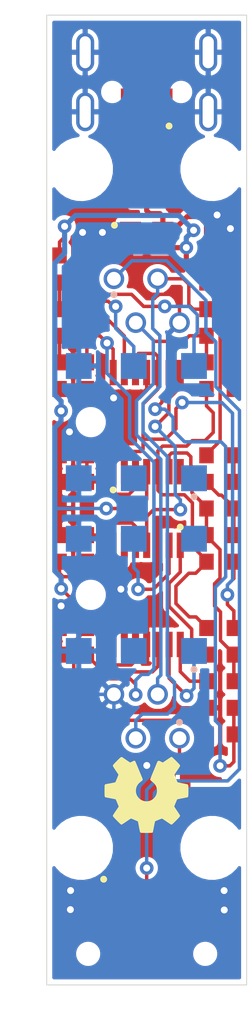
<source format=kicad_pcb>
(kicad_pcb (version 4) (host pcbnew "(after 2015-mar-04 BZR unknown)-product")
  (layers (0 F.Cu signal) (31 B.Cu signal) (34 B.Paste user hide) (35 F.Paste user hide) (36 B.SilkS user hide) (37 F.SilkS user hide) (38 B.Mask user hide) (39 F.Mask user hide) (44 Edge.Cuts user hide))
  (net 0 "")
  (net 1 "Net-(C1-Pad1)")
  (net 2 HP_MIC)
  (net 3 "Net-(C2-Pad1)")
  (net 4 HP_SPK_PRE)
  (net 5 "Net-(C3-Pad1)")
  (net 6 "Net-(C3-Pad2)")
  (net 7 "Net-(C4-Pad1)")
  (net 8 "Net-(C5-Pad1)")
  (net 9 "Net-(C5-Pad2)")
  (net 10 "Net-(C6-Pad1)")
  (net 11 HS_SPK_N)
  (net 12 "Net-(C7-Pad1)")
  (net 13 HS_SPK_P)
  (net 14 HP_MIC_OUT)
  (net 15 "Net-(C9-Pad1)")
  (net 16 VGND)
  (net 17 GND)
  (net 18 "Net-(C10-Pad2)")
  (net 19 +3V3)
  (net 20 "Net-(C12-Pad2)")
  (net 21 "Net-(C13-Pad2)")
  (net 22 "Net-(C14-Pad1)")
  (net 23 "Net-(F1-Pad1)")
  (net 24 HP_MIC_BIAS)
  (net 25 HP_SPK_L)
  (net 26 HP_SPK_R)
  (net 27 HS_MIC_P)
  (net 28 PHONE_MIC_P)
  (net 29 "Net-(R1-Pad1)")
  (net 30 "Net-(R11-Pad2)")
  (net 31 HP_MUTE)
  (net 32 "Net-(J1-Pad2)")
  (net 33 "Net-(J1-Pad3)")
  (net 34 "Net-(J1-Pad4)")
  (net 35 "Net-(J2-Pad1)")
  (net 36 "Net-(J2-Pad2)")
  (net 37 "Net-(J3-Pad2)")
  (net 38 "Net-(J3-Pad6)")
  (net 39 "Net-(U1-Pad7)")
  (net 40 "Net-(U1-Pad8)")
  (net 41 "Net-(U3-Pad2)")
  (module footprints:USB-MICRO-TH-NO-SILK (layer F.Cu) (at 139.7 82.385 180)
    (fp_text reference J1 hide)
    (fp_text value M_USB_B hide)
    (pad 1 smd rect (at -1.3 -2.175 180) (size 0.4 1.85) (layers F.Cu F.Paste F.Mask) (net 23 "Net-(F1-Pad1)"))
    (pad 2 smd rect (at -0.65 -2.175 180) (size 0.4 1.85) (layers F.Cu F.Paste F.Mask) (net 32 "Net-(J1-Pad2)"))
    (pad 3 smd rect (at 0 -2.175 180) (size 0.4 1.85) (layers F.Cu F.Paste F.Mask) (net 33 "Net-(J1-Pad3)"))
    (pad 4 smd rect (at 0.65 -2.175 180) (size 0.4 1.85) (layers F.Cu F.Paste F.Mask) (net 34 "Net-(J1-Pad4)"))
    (pad 5 smd rect (at 1.3 -2.175 180) (size 0.4 1.85) (layers F.Cu F.Paste F.Mask) (net 17 GND))
    (pad "" np_thru_hole circle (at 2 -1.45 180) (size 0.8 0.8) (drill 0.8) (layers *.Cu *.Mask))
    (pad "" np_thru_hole circle (at -2 -1.45 180) (size 0.8 0.8) (drill 0.8) (layers *.Cu *.Mask))
    (pad 6 thru_hole oval (at 3.575 -2.6 180) (size 1.05 2.25) (drill oval 0.65 1.85) (layers *.Cu *.Mask F.Paste) (net 17 GND))
    (pad 8 thru_hole oval (at -3.575 -2.6 180) (size 1.05 2.25) (drill oval 0.65 1.85) (layers *.Cu *.Mask F.Paste) (net 17 GND))
    (pad 9 thru_hole oval (at -3.575 0.85 180) (size 1.05 2.25) (drill oval 0.65 1.85) (layers *.Cu *.Mask F.Paste) (net 17 GND))
    (pad 7 thru_hole oval (at 3.575 0.85 180) (size 1.05 2.25) (drill oval 0.65 1.85) (layers *.Cu *.Mask F.Paste) (net 17 GND))
  )
  (module footprints:OSH_LOGO (layer F.Cu) (at 139.7 124.5 180)
    (fp_text reference G*** hide)
    (fp_text value LOGO hide)
  )
  (module footprints:RJ9-4P4C-NO-SILK (layer B.Cu) (at 139.7 89.45)
    (fp_text reference J5 hide)
    (fp_text value RJ9_4P4C hide)
    (pad 1 thru_hole circle (at -1.905 5.2) (size 1.2 1.2) (drill 0.8) (layers *.Cu *.Mask) (net 28 PHONE_MIC_P))
    (pad 2 thru_hole circle (at -0.635 7.74) (size 1.2 1.2) (drill 0.8) (layers *.Cu *.Mask) (net 13 HS_SPK_P))
    (pad 3 thru_hole circle (at 0.635 5.2) (size 1.2 1.2) (drill 0.8) (layers *.Cu *.Mask) (net 11 HS_SPK_N))
    (pad 4 thru_hole circle (at 1.905 7.74) (size 1.2 1.2) (drill 0.8) (layers *.Cu *.Mask) (net 17 GND))
    (pad "" np_thru_hole circle (at -3.81 -1.15) (size 3.2 3.2) (drill 3.2) (layers *.Cu *.Mask))
    (pad "" np_thru_hole circle (at 3.81 -1.15) (size 3.2 3.2) (drill 3.2) (layers *.Cu *.Mask))
  )
  (module footprints:JACK-3.5MM-NO-SILK (layer B.Cu) (at 139.7 102.95 90)
    (fp_text reference J2 hide)
    (fp_text value PJ313D hide)
    (pad 1 smd rect (at -3.25 2.75 90) (size 1.5 1.5) (layers B.Cu B.Paste B.Mask) (net 35 "Net-(J2-Pad1)"))
    (pad 2 smd rect (at -3.25 -0.75 90) (size 1.5 1.5) (layers B.Cu B.Paste B.Mask) (net 36 "Net-(J2-Pad2)"))
    (pad 3 smd rect (at -3.25 -3.95 90) (size 1.5 1.5) (layers B.Cu B.Paste B.Mask) (net 17 GND))
    (pad 4 smd rect (at 3.25 -3.95 90) (size 1.5 1.5) (layers B.Cu B.Paste B.Mask) (net 17 GND))
    (pad 5 smd rect (at 3.25 -0.75 90) (size 1.5 1.5) (layers B.Cu B.Paste B.Mask) (net 24 HP_MIC_BIAS))
    (pad 6 smd rect (at 3.25 2.75 90) (size 1.5 1.5) (layers B.Cu B.Paste B.Mask) (net 2 HP_MIC))
    (pad "" np_thru_hole circle (at 0 -3.25 90) (size 1.25 1.25) (drill 1.25) (layers *.Cu *.Mask))
    (pad "" np_thru_hole circle (at 0 2.75 90) (size 1.25 1.25) (drill 1.25) (layers *.Cu *.Mask))
  )
  (module footprints:JACK-3.5MM-NO-SILK (layer B.Cu) (at 139.7 112.95 90)
    (fp_text reference J3 hide)
    (fp_text value PJ313D hide)
    (pad 1 smd rect (at -3.25 2.75 90) (size 1.5 1.5) (layers B.Cu B.Paste B.Mask) (net 26 HP_SPK_R))
    (pad 2 smd rect (at -3.25 -0.75 90) (size 1.5 1.5) (layers B.Cu B.Paste B.Mask) (net 37 "Net-(J3-Pad2)"))
    (pad 3 smd rect (at -3.25 -3.95 90) (size 1.5 1.5) (layers B.Cu B.Paste B.Mask) (net 17 GND))
    (pad 4 smd rect (at 3.25 -3.95 90) (size 1.5 1.5) (layers B.Cu B.Paste B.Mask) (net 17 GND))
    (pad 5 smd rect (at 3.25 -0.75 90) (size 1.5 1.5) (layers B.Cu B.Paste B.Mask) (net 25 HP_SPK_L))
    (pad 6 smd rect (at 3.25 2.75 90) (size 1.5 1.5) (layers B.Cu B.Paste B.Mask) (net 38 "Net-(J3-Pad6)"))
    (pad "" np_thru_hole circle (at 0 -3.25 90) (size 1.25 1.25) (drill 1.25) (layers *.Cu *.Mask))
    (pad "" np_thru_hole circle (at 0 2.75 90) (size 1.25 1.25) (drill 1.25) (layers *.Cu *.Mask))
  )
  (module footprints:SWITCH-SPDT-NO-SILK (layer F.Cu) (at 139.7 133.7347)
    (fp_text reference SW1 hide)
    (fp_text value SWITCH_INV hide)
    (pad 1 smd rect (at -2.5 -2.75) (size 1.2 2.5) (layers F.Cu F.Paste F.Mask) (net 14 HP_MIC_OUT))
    (pad 2 smd rect (at 0 -2.75) (size 1.2 2.5) (layers F.Cu F.Paste F.Mask) (net 28 PHONE_MIC_P))
    (pad 3 smd rect (at 2.5 -2.75) (size 1.2 2.5) (layers F.Cu F.Paste F.Mask) (net 27 HS_MIC_P))
    (pad "" np_thru_hole circle (at 3.4 0) (size 0.9 0.9) (drill 0.9) (layers *.Cu *.Mask))
    (pad "" np_thru_hole circle (at -3.4 0) (size 0.9 0.9) (drill 0.9) (layers *.Cu *.Mask))
  )
  (module footprints:RJ9-4P4C-NO-SILK (layer B.Cu) (at 139.7 126.45 180)
    (fp_text reference J4 hide)
    (fp_text value RJ9_4P4C hide)
    (pad 1 thru_hole circle (at -1.905 5.2 180) (size 1.2 1.2) (drill 0.8) (layers *.Cu *.Mask) (net 27 HS_MIC_P))
    (pad 2 thru_hole circle (at -0.635 7.74 180) (size 1.2 1.2) (drill 0.8) (layers *.Cu *.Mask) (net 13 HS_SPK_P))
    (pad 3 thru_hole circle (at 0.635 5.2 180) (size 1.2 1.2) (drill 0.8) (layers *.Cu *.Mask) (net 11 HS_SPK_N))
    (pad 4 thru_hole circle (at 1.905 7.74 180) (size 1.2 1.2) (drill 0.8) (layers *.Cu *.Mask) (net 17 GND))
    (pad "" np_thru_hole circle (at -3.81 -1.15 180) (size 3.2 3.2) (drill 3.2) (layers *.Cu *.Mask))
    (pad "" np_thru_hole circle (at 3.81 -1.15 180) (size 3.2 3.2) (drill 3.2) (layers *.Cu *.Mask))
  )
  (module footprints:CHIP-0603-NO-SILK (layer F.Cu) (at 143.97 93.3 180)
    (fp_text reference C12 hide)
    (fp_text value 1u hide)
    (pad 1 smd rect (at -0.795 0 180) (size 0.84 0.93) (layers F.Cu F.Paste F.Mask) (net 17 GND))
    (pad 2 smd rect (at 0.795 0 180) (size 0.84 0.93) (layers F.Cu F.Paste F.Mask) (net 20 "Net-(C12-Pad2)"))
  )
  (module footprints:FUSE-1206-NO-SILK (layer F.Cu) (at 139.7 88.3 270)
    (fp_text reference F1 hide)
    (fp_text value 200mA hide)
    (pad 1 smd rect (at -1.52 0) (size 1.82 1.17) (layers F.Cu F.Paste F.Mask) (net 23 "Net-(F1-Pad1)"))
    (pad 2 smd rect (at 1.52 0) (size 1.82 1.17) (layers F.Cu F.Paste F.Mask) (net 20 "Net-(C12-Pad2)"))
  )
  (module footprints:TSSOP-14-NO-SILK (layer F.Cu) (at 139.7 102.95)
    (fp_text reference U2 hide)
    (fp_text value MCP6024 hide)
    (pad 1 smd rect (at -1.95 2.87) (size 0.41 1.47) (layers F.Cu F.Paste F.Mask) (net 16 VGND))
    (pad 2 smd rect (at -1.3 2.87) (size 0.41 1.47) (layers F.Cu F.Paste F.Mask) (net 16 VGND))
    (pad 3 smd rect (at -0.65 2.87) (size 0.41 1.47) (layers F.Cu F.Paste F.Mask) (net 22 "Net-(C14-Pad1)"))
    (pad 4 smd rect (at 0 2.87) (size 0.41 1.47) (layers F.Cu F.Paste F.Mask) (net 19 +3V3))
    (pad 5 smd rect (at 0.65 2.87) (size 0.41 1.47) (layers F.Cu F.Paste F.Mask) (net 15 "Net-(C9-Pad1)"))
    (pad 6 smd rect (at 1.3 2.87) (size 0.41 1.47) (layers F.Cu F.Paste F.Mask) (net 21 "Net-(C13-Pad2)"))
    (pad 7 smd rect (at 1.95 2.87) (size 0.41 1.47) (layers F.Cu F.Paste F.Mask) (net 4 HP_SPK_PRE))
    (pad 8 smd rect (at 1.95 -2.87) (size 0.41 1.47) (layers F.Cu F.Paste F.Mask) (net 31 HP_MUTE))
    (pad 9 smd rect (at 1.3 -2.87) (size 0.41 1.47) (layers F.Cu F.Paste F.Mask) (net 30 "Net-(R11-Pad2)"))
    (pad 10 smd rect (at 0.65 -2.87) (size 0.41 1.47) (layers F.Cu F.Paste F.Mask) (net 16 VGND))
    (pad 11 smd rect (at 0 -2.87) (size 0.41 1.47) (layers F.Cu F.Paste F.Mask) (net 17 GND))
    (pad 12 smd rect (at -0.65 -2.87) (size 0.41 1.47) (layers F.Cu F.Paste F.Mask) (net 16 VGND))
    (pad 13 smd rect (at -1.3 -2.87) (size 0.41 1.47) (layers F.Cu F.Paste F.Mask) (net 9 "Net-(C5-Pad2)"))
    (pad 14 smd rect (at -1.95 -2.87) (size 0.41 1.47) (layers F.Cu F.Paste F.Mask) (net 8 "Net-(C5-Pad1)"))
  )
  (module footprints:CHIP-0603-NO-SILK (layer F.Cu) (at 143.97 94.87 180)
    (fp_text reference C15 hide)
    (fp_text value 1u hide)
    (pad 1 smd rect (at -0.795 0 180) (size 0.84 0.93) (layers F.Cu F.Paste F.Mask) (net 17 GND))
    (pad 2 smd rect (at 0.795 0 180) (size 0.84 0.93) (layers F.Cu F.Paste F.Mask) (net 19 +3V3))
  )
  (module footprints:CHIP-0603-NO-SILK (layer F.Cu) (at 143.97 96.41)
    (fp_text reference R4 hide)
    (fp_text value 18k hide)
    (pad 1 smd rect (at -0.795 0) (size 0.84 0.93) (layers F.Cu F.Paste F.Mask) (net 11 HS_SPK_N))
    (pad 2 smd rect (at 0.795 0) (size 0.84 0.93) (layers F.Cu F.Paste F.Mask) (net 17 GND))
  )
  (module footprints:CHIP-0603-NO-SILK (layer F.Cu) (at 143.97 97.95)
    (fp_text reference R3 hide)
    (fp_text value 18k hide)
    (pad 1 smd rect (at -0.795 0) (size 0.84 0.93) (layers F.Cu F.Paste F.Mask) (net 13 HS_SPK_P))
    (pad 2 smd rect (at 0.795 0) (size 0.84 0.93) (layers F.Cu F.Paste F.Mask) (net 17 GND))
  )
  (module footprints:CHIP-0603-NO-SILK (layer F.Cu) (at 143.97 99.49 180)
    (fp_text reference C7 hide)
    (fp_text value 220n hide)
    (pad 1 smd rect (at -0.795 0 180) (size 0.84 0.93) (layers F.Cu F.Paste F.Mask) (net 12 "Net-(C7-Pad1)"))
    (pad 2 smd rect (at 0.795 0 180) (size 0.84 0.93) (layers F.Cu F.Paste F.Mask) (net 13 HS_SPK_P))
  )
  (module footprints:CHIP-0603-NO-SILK (layer F.Cu) (at 143.97 101.03)
    (fp_text reference R7 hide)
    (fp_text value 2.4k hide)
    (pad 1 smd rect (at -0.795 0) (size 0.84 0.93) (layers F.Cu F.Paste F.Mask) (net 15 "Net-(C9-Pad1)"))
    (pad 2 smd rect (at 0.795 0) (size 0.84 0.93) (layers F.Cu F.Paste F.Mask) (net 12 "Net-(C7-Pad1)"))
  )
  (module footprints:SC-70-NO-SILK (layer F.Cu) (at 139.7 92.2 270)
    (fp_text reference U3 hide)
    (fp_text value TC1017 hide)
    (pad 1 smd rect (at -0.65 0.94 270) (size 0.4 1.23) (layers F.Cu F.Paste F.Mask) (net 20 "Net-(C12-Pad2)"))
    (pad 2 smd rect (at 0 0.94 270) (size 0.4 1.23) (layers F.Cu F.Paste F.Mask) (net 41 "Net-(U3-Pad2)"))
    (pad 3 smd rect (at 0.65 0.94 270) (size 0.4 1.23) (layers F.Cu F.Paste F.Mask) (net 17 GND))
    (pad 4 smd rect (at 0.65 -0.94 270) (size 0.4 1.23) (layers F.Cu F.Paste F.Mask) (net 19 +3V3))
    (pad 5 smd rect (at -0.65 -0.94 270) (size 0.4 1.23) (layers F.Cu F.Paste F.Mask) (net 20 "Net-(C12-Pad2)"))
  )
  (module footprints:CHIP-0603-NO-SILK (layer F.Cu) (at 135.43 93.3 180)
    (fp_text reference R15 hide)
    (fp_text value 3.3k hide)
    (pad 1 smd rect (at -0.795 0 180) (size 0.84 0.93) (layers F.Cu F.Paste F.Mask) (net 24 HP_MIC_BIAS))
    (pad 2 smd rect (at 0.795 0 180) (size 0.84 0.93) (layers F.Cu F.Paste F.Mask) (net 19 +3V3))
  )
  (module footprints:CHIP-0603-NO-SILK (layer F.Cu) (at 135.43 94.87)
    (fp_text reference C1 hide)
    (fp_text value 220n hide)
    (pad 1 smd rect (at -0.795 0) (size 0.84 0.93) (layers F.Cu F.Paste F.Mask) (net 1 "Net-(C1-Pad1)"))
    (pad 2 smd rect (at 0.795 0) (size 0.84 0.93) (layers F.Cu F.Paste F.Mask) (net 2 HP_MIC))
  )
  (module footprints:CHIP-0603-NO-SILK (layer F.Cu) (at 135.43 96.41 180)
    (fp_text reference R2 hide)
    (fp_text value 2.4k hide)
    (pad 1 smd rect (at -0.795 0 180) (size 0.84 0.93) (layers F.Cu F.Paste F.Mask) (net 9 "Net-(C5-Pad2)"))
    (pad 2 smd rect (at 0.795 0 180) (size 0.84 0.93) (layers F.Cu F.Paste F.Mask) (net 1 "Net-(C1-Pad1)"))
  )
  (module footprints:CHIP-0603-NO-SILK (layer F.Cu) (at 135.43 97.95 180)
    (fp_text reference C5 hide)
    (fp_text value 2.2n hide)
    (pad 1 smd rect (at -0.795 0 180) (size 0.84 0.93) (layers F.Cu F.Paste F.Mask) (net 8 "Net-(C5-Pad1)"))
    (pad 2 smd rect (at 0.795 0 180) (size 0.84 0.93) (layers F.Cu F.Paste F.Mask) (net 9 "Net-(C5-Pad2)"))
  )
  (module footprints:CHIP-0603-NO-SILK (layer F.Cu) (at 135.43 99.49 180)
    (fp_text reference R5 hide)
    (fp_text value 18k hide)
    (pad 1 smd rect (at -0.795 0 180) (size 0.84 0.93) (layers F.Cu F.Paste F.Mask) (net 8 "Net-(C5-Pad1)"))
    (pad 2 smd rect (at 0.795 0 180) (size 0.84 0.93) (layers F.Cu F.Paste F.Mask) (net 9 "Net-(C5-Pad2)"))
  )
  (module footprints:CHIP-0603-NO-SILK (layer F.Cu) (at 135.43 101.03)
    (fp_text reference R13 hide)
    (fp_text value 100k hide)
    (pad 1 smd rect (at -0.795 0) (size 0.84 0.93) (layers F.Cu F.Paste F.Mask) (net 19 +3V3))
    (pad 2 smd rect (at 0.795 0) (size 0.84 0.93) (layers F.Cu F.Paste F.Mask) (net 22 "Net-(C14-Pad1)"))
  )
  (module footprints:TSSOP-14-NO-SILK (layer F.Cu) (at 139.7 112.95 180)
    (fp_text reference U1 hide)
    (fp_text value TPA6139A2 hide)
    (pad 1 smd rect (at -1.95 2.87 180) (size 0.41 1.47) (layers F.Cu F.Paste F.Mask) (net 7 "Net-(C4-Pad1)"))
    (pad 2 smd rect (at -1.3 2.87 180) (size 0.41 1.47) (layers F.Cu F.Paste F.Mask) (net 25 HP_SPK_L))
    (pad 3 smd rect (at -0.65 2.87 180) (size 0.41 1.47) (layers F.Cu F.Paste F.Mask) (net 17 GND))
    (pad 4 smd rect (at 0 2.87 180) (size 0.41 1.47) (layers F.Cu F.Paste F.Mask) (net 31 HP_MUTE))
    (pad 5 smd rect (at 0.65 2.87 180) (size 0.41 1.47) (layers F.Cu F.Paste F.Mask) (net 18 "Net-(C10-Pad2)"))
    (pad 6 smd rect (at 1.3 2.87 180) (size 0.41 1.47) (layers F.Cu F.Paste F.Mask) (net 5 "Net-(C3-Pad1)"))
    (pad 7 smd rect (at 1.95 2.87 180) (size 0.41 1.47) (layers F.Cu F.Paste F.Mask) (net 39 "Net-(U1-Pad7)"))
    (pad 8 smd rect (at 1.95 -2.87 180) (size 0.41 1.47) (layers F.Cu F.Paste F.Mask) (net 40 "Net-(U1-Pad8)"))
    (pad 9 smd rect (at 1.3 -2.87 180) (size 0.41 1.47) (layers F.Cu F.Paste F.Mask) (net 6 "Net-(C3-Pad2)"))
    (pad 10 smd rect (at 0.65 -2.87 180) (size 0.41 1.47) (layers F.Cu F.Paste F.Mask) (net 19 +3V3))
    (pad 11 smd rect (at 0 -2.87 180) (size 0.41 1.47) (layers F.Cu F.Paste F.Mask) (net 17 GND))
    (pad 12 smd rect (at -0.65 -2.87 180) (size 0.41 1.47) (layers F.Cu F.Paste F.Mask) (net 29 "Net-(R1-Pad1)"))
    (pad 13 smd rect (at -1.3 -2.87 180) (size 0.41 1.47) (layers F.Cu F.Paste F.Mask) (net 26 HP_SPK_R))
    (pad 14 smd rect (at -1.95 -2.87 180) (size 0.41 1.47) (layers F.Cu F.Paste F.Mask) (net 3 "Net-(C2-Pad1)"))
  )
  (module footprints:CHIP-0603-NO-SILK (layer F.Cu) (at 143.97 104.87 180)
    (fp_text reference C6 hide)
    (fp_text value 220n hide)
    (pad 1 smd rect (at -0.795 0 180) (size 0.84 0.93) (layers F.Cu F.Paste F.Mask) (net 10 "Net-(C6-Pad1)"))
    (pad 2 smd rect (at 0.795 0 180) (size 0.84 0.93) (layers F.Cu F.Paste F.Mask) (net 11 HS_SPK_N))
  )
  (module footprints:CHIP-0603-NO-SILK (layer F.Cu) (at 143.97 106.41)
    (fp_text reference R6 hide)
    (fp_text value 2.4k hide)
    (pad 1 smd rect (at -0.795 0) (size 0.84 0.93) (layers F.Cu F.Paste F.Mask) (net 21 "Net-(C13-Pad2)"))
    (pad 2 smd rect (at 0.795 0) (size 0.84 0.93) (layers F.Cu F.Paste F.Mask) (net 10 "Net-(C6-Pad1)"))
  )
  (module footprints:CHIP-0603-NO-SILK (layer F.Cu) (at 143.97 107.95)
    (fp_text reference R10 hide)
    (fp_text value 2.4k hide)
    (pad 1 smd rect (at -0.795 0) (size 0.84 0.93) (layers F.Cu F.Paste F.Mask) (net 4 HP_SPK_PRE))
    (pad 2 smd rect (at 0.795 0) (size 0.84 0.93) (layers F.Cu F.Paste F.Mask) (net 21 "Net-(C13-Pad2)"))
  )
  (module footprints:CHIP-0603-NO-SILK (layer F.Cu) (at 143.97 109.49)
    (fp_text reference C13 hide)
    (fp_text value 22n hide)
    (pad 1 smd rect (at -0.795 0) (size 0.84 0.93) (layers F.Cu F.Paste F.Mask) (net 4 HP_SPK_PRE))
    (pad 2 smd rect (at 0.795 0) (size 0.84 0.93) (layers F.Cu F.Paste F.Mask) (net 21 "Net-(C13-Pad2)"))
  )
  (module footprints:CHIP-0603-NO-SILK (layer F.Cu) (at 143.97 111.03 180)
    (fp_text reference R9 hide)
    (fp_text value 2.4k hide)
    (pad 1 smd rect (at -0.795 0 180) (size 0.84 0.93) (layers F.Cu F.Paste F.Mask) (net 16 VGND))
    (pad 2 smd rect (at 0.795 0 180) (size 0.84 0.93) (layers F.Cu F.Paste F.Mask) (net 15 "Net-(C9-Pad1)"))
  )
  (module footprints:CHIP-0603-NO-SILK (layer F.Cu) (at 135.43 104.87 180)
    (fp_text reference C14 hide)
    (fp_text value 1u hide)
    (pad 1 smd rect (at -0.795 0 180) (size 0.84 0.93) (layers F.Cu F.Paste F.Mask) (net 22 "Net-(C14-Pad1)"))
    (pad 2 smd rect (at 0.795 0 180) (size 0.84 0.93) (layers F.Cu F.Paste F.Mask) (net 17 GND))
  )
  (module footprints:CHIP-0603-NO-SILK (layer F.Cu) (at 135.43 106.41 180)
    (fp_text reference R14 hide)
    (fp_text value 100k hide)
    (pad 1 smd rect (at -0.795 0 180) (size 0.84 0.93) (layers F.Cu F.Paste F.Mask) (net 22 "Net-(C14-Pad1)"))
    (pad 2 smd rect (at 0.795 0 180) (size 0.84 0.93) (layers F.Cu F.Paste F.Mask) (net 17 GND))
  )
  (module footprints:CHIP-0603-NO-SILK (layer F.Cu) (at 135.43 107.95)
    (fp_text reference C16 hide)
    (fp_text value 1u hide)
    (pad 1 smd rect (at -0.795 0) (size 0.84 0.93) (layers F.Cu F.Paste F.Mask) (net 17 GND))
    (pad 2 smd rect (at 0.795 0) (size 0.84 0.93) (layers F.Cu F.Paste F.Mask) (net 19 +3V3))
  )
  (module footprints:CHIP-0603-NO-SILK (layer F.Cu) (at 135.43 109.49)
    (fp_text reference C10 hide)
    (fp_text value 1u hide)
    (pad 1 smd rect (at -0.795 0) (size 0.84 0.93) (layers F.Cu F.Paste F.Mask) (net 17 GND))
    (pad 2 smd rect (at 0.795 0) (size 0.84 0.93) (layers F.Cu F.Paste F.Mask) (net 18 "Net-(C10-Pad2)"))
  )
  (module footprints:CHIP-0603-NO-SILK (layer F.Cu) (at 135.43 111.03 180)
    (fp_text reference C3 hide)
    (fp_text value 1u hide)
    (pad 1 smd rect (at -0.795 0 180) (size 0.84 0.93) (layers F.Cu F.Paste F.Mask) (net 5 "Net-(C3-Pad1)"))
    (pad 2 smd rect (at 0.795 0 180) (size 0.84 0.93) (layers F.Cu F.Paste F.Mask) (net 6 "Net-(C3-Pad2)"))
  )
  (module footprints:CHIP-0603-NO-SILK (layer F.Cu) (at 135.43 114.87)
    (fp_text reference C11 hide)
    (fp_text value 1u hide)
    (pad 1 smd rect (at -0.795 0) (size 0.84 0.93) (layers F.Cu F.Paste F.Mask) (net 17 GND))
    (pad 2 smd rect (at 0.795 0) (size 0.84 0.93) (layers F.Cu F.Paste F.Mask) (net 19 +3V3))
  )
  (module footprints:CHIP-0603-NO-SILK (layer F.Cu) (at 135.43 116.41 180)
    (fp_text reference R1 hide)
    (fp_text value 27.3k hide)
    (pad 1 smd rect (at -0.795 0 180) (size 0.84 0.93) (layers F.Cu F.Paste F.Mask) (net 29 "Net-(R1-Pad1)"))
    (pad 2 smd rect (at 0.795 0 180) (size 0.84 0.93) (layers F.Cu F.Paste F.Mask) (net 17 GND))
  )
  (module footprints:CHIP-0603-NO-SILK (layer F.Cu) (at 135.43 117.95)
    (fp_text reference C8 hide)
    (fp_text value 220n hide)
    (pad 1 smd rect (at -0.795 0) (size 0.84 0.93) (layers F.Cu F.Paste F.Mask) (net 14 HP_MIC_OUT))
    (pad 2 smd rect (at 0.795 0) (size 0.84 0.93) (layers F.Cu F.Paste F.Mask) (net 8 "Net-(C5-Pad1)"))
  )
  (module footprints:CHIP-0603-NO-SILK (layer F.Cu) (at 135.43 119.49 180)
    (fp_text reference R8 hide)
    (fp_text value 3.3k hide)
    (pad 1 smd rect (at -0.795 0 180) (size 0.84 0.93) (layers F.Cu F.Paste F.Mask) (net 17 GND))
    (pad 2 smd rect (at 0.795 0 180) (size 0.84 0.93) (layers F.Cu F.Paste F.Mask) (net 14 HP_MIC_OUT))
  )
  (module footprints:CHIP-0603-NO-SILK (layer F.Cu) (at 143.97 114.87)
    (fp_text reference C9 hide)
    (fp_text value 22n hide)
    (pad 1 smd rect (at -0.795 0) (size 0.84 0.93) (layers F.Cu F.Paste F.Mask) (net 15 "Net-(C9-Pad1)"))
    (pad 2 smd rect (at 0.795 0) (size 0.84 0.93) (layers F.Cu F.Paste F.Mask) (net 16 VGND))
  )
  (module footprints:CHIP-0603-NO-SILK (layer F.Cu) (at 143.97 116.41)
    (fp_text reference C4 hide)
    (fp_text value 22n hide)
    (pad 1 smd rect (at -0.795 0) (size 0.84 0.93) (layers F.Cu F.Paste F.Mask) (net 7 "Net-(C4-Pad1)"))
    (pad 2 smd rect (at 0.795 0) (size 0.84 0.93) (layers F.Cu F.Paste F.Mask) (net 4 HP_SPK_PRE))
  )
  (module footprints:CHIP-0603-NO-SILK (layer F.Cu) (at 143.97 117.95)
    (fp_text reference C2 hide)
    (fp_text value 22n hide)
    (pad 1 smd rect (at -0.795 0) (size 0.84 0.93) (layers F.Cu F.Paste F.Mask) (net 3 "Net-(C2-Pad1)"))
    (pad 2 smd rect (at 0.795 0) (size 0.84 0.93) (layers F.Cu F.Paste F.Mask) (net 4 HP_SPK_PRE))
  )
  (module footprints:CHIP-0603-NO-SILK (layer F.Cu) (at 143.97 119.49 180)
    (fp_text reference R12 hide)
    (fp_text value 43k hide)
    (pad 1 smd rect (at -0.795 0 180) (size 0.84 0.93) (layers F.Cu F.Paste F.Mask) (net 30 "Net-(R11-Pad2)"))
    (pad 2 smd rect (at 0.795 0 180) (size 0.84 0.93) (layers F.Cu F.Paste F.Mask) (net 17 GND))
  )
  (module footprints:CHIP-0603-NO-SILK (layer F.Cu) (at 143.97 121.03)
    (fp_text reference R11 hide)
    (fp_text value 100k hide)
    (pad 1 smd rect (at -0.795 0) (size 0.84 0.93) (layers F.Cu F.Paste F.Mask) (net 19 +3V3))
    (pad 2 smd rect (at 0.795 0) (size 0.84 0.93) (layers F.Cu F.Paste F.Mask) (net 30 "Net-(R11-Pad2)"))
  )
  (gr_text V.1 (at 143.51 124.81) (layer F.Cu) (effects (font (size 0.8 0.8) (thickness 0.2))))
  (gr_text "github\niocapa" (at 135.78586 123.4694 270) (layer F.Cu) (effects (font (size 0.8 0.8) (thickness 0.2))))
  (gr_line (start 133.89 135.5347) (end 145.51 135.5347) (angle 90) (layer Edge.Cuts) (width 0.05))
  (gr_line (start 145.51 135.5347) (end 145.51 79.385) (angle 90) (layer Edge.Cuts) (width 0.05))
  (gr_line (start 133.89 79.385) (end 145.51 79.385) (angle 90) (layer Edge.Cuts) (width 0.05))
  (gr_line (start 133.89 135.5347) (end 133.89 79.385) (angle 90) (layer Edge.Cuts) (width 0.05))
  (segment (start 134.635 94.87) (end 134.635 96.41) (width 0.2) (layer F.Cu) (net 1))
  (segment (start 138.898224 95.629324) (end 138.818901 95.550001) (width 0.2) (layer F.Cu) (net 2))
  (segment (start 138.818901 95.550001) (end 137.362999 95.550001) (width 0.2) (layer F.Cu) (net 2))
  (segment (start 137.362999 95.550001) (end 136.948698 95.1357) (width 0.2) (layer F.Cu) (net 2))
  (segment (start 136.948698 95.1357) (end 136.4907 95.1357) (width 0.2) (layer F.Cu) (net 2))
  (segment (start 136.4907 95.1357) (end 136.225 94.87) (width 0.2) (layer F.Cu) (net 2))
  (segment (start 140.7504 96.250011) (end 142.164601 96.250011) (width 0.2) (layer B.Cu) (net 2))
  (segment (start 142.164601 96.250011) (end 142.6404 96.72581) (width 0.2) (layer B.Cu) (net 2))
  (segment (start 142.6404 96.72581) (end 142.6404 97.7825) (width 0.2) (layer B.Cu) (net 2))
  (segment (start 142.6404 97.7825) (end 142.45 97.9729) (width 0.2) (layer B.Cu) (net 2))
  (segment (start 142.45 97.9729) (end 142.45 98.421101) (width 0.2) (layer B.Cu) (net 2))
  (segment (start 142.45 98.421101) (end 142.45 99.7) (width 0.2) (layer B.Cu) (net 2))
  (segment (start 138.898224 95.629324) (end 139.497001 96.228101) (width 0.2) (layer F.Cu) (net 2))
  (segment (start 139.518911 96.250011) (end 138.898224 95.629324) (width 0.2) (layer F.Cu) (net 2))
  (segment (start 140.7504 96.250011) (end 139.518911 96.250011) (width 0.2) (layer F.Cu) (net 2))
  (via (at 140.7504 96.250011) (size 0.8) (drill 0.4) (layers F.Cu B.Cu) (net 2))
  (segment (start 141.65 115.82) (end 141.65 117.390202) (width 0.2) (layer F.Cu) (net 3))
  (segment (start 141.65 117.390202) (end 142.209798 117.95) (width 0.2) (layer F.Cu) (net 3))
  (segment (start 142.209798 117.95) (end 143.175 117.95) (width 0.2) (layer F.Cu) (net 3))
  (segment (start 141.65 105.82) (end 142.055 105.82) (width 0.2) (layer F.Cu) (net 4))
  (segment (start 142.055 105.82) (end 142.329233 106.094232) (width 0.2) (layer F.Cu) (net 4))
  (segment (start 142.329233 106.094232) (end 142.329233 107.029034) (width 0.2) (layer F.Cu) (net 4))
  (segment (start 142.329233 107.029034) (end 143.175 107.874801) (width 0.2) (layer F.Cu) (net 4))
  (segment (start 143.175 107.874801) (end 143.175 107.95) (width 0.2) (layer F.Cu) (net 4))
  (segment (start 143.175 109.49) (end 143.175 109.54286) (width 0.2) (layer F.Cu) (net 4))
  (segment (start 143.175 109.54286) (end 143.9604 110.32826) (width 0.2) (layer F.Cu) (net 4))
  (segment (start 143.9604 110.32826) (end 143.9604 111.9856) (width 0.2) (layer F.Cu) (net 4))
  (segment (start 143.9604 111.9856) (end 143.64462 112.30138) (width 0.2) (layer F.Cu) (net 4))
  (segment (start 143.64462 112.30138) (end 143.64462 113.593931) (width 0.2) (layer F.Cu) (net 4))
  (segment (start 143.64462 113.593931) (end 143.728721 113.678032) (width 0.2) (layer F.Cu) (net 4))
  (segment (start 144.765 116.41) (end 144.765 116.3678) (width 0.2) (layer F.Cu) (net 4))
  (segment (start 144.765 116.3678) (end 143.99006 115.59286) (width 0.2) (layer F.Cu) (net 4))
  (segment (start 143.99006 115.59286) (end 143.99006 113.939371) (width 0.2) (layer F.Cu) (net 4))
  (segment (start 143.99006 113.939371) (end 143.728721 113.678032) (width 0.2) (layer F.Cu) (net 4))
  (segment (start 143.895001 113.844312) (end 143.728721 113.678032) (width 0.2) (layer F.Cu) (net 4))
  (segment (start 143.175 107.95) (end 143.175 109.49) (width 0.2) (layer F.Cu) (net 4))
  (segment (start 144.765 116.41) (end 144.765 117.95) (width 0.2) (layer F.Cu) (net 4))
  (segment (start 136.225 111.03) (end 137.045602 111.03) (width 0.2) (layer F.Cu) (net 5))
  (segment (start 138.160187 111.305913) (end 138.4 111.0661) (width 0.2) (layer F.Cu) (net 5))
  (segment (start 137.045602 111.03) (end 137.321515 111.305913) (width 0.2) (layer F.Cu) (net 5))
  (segment (start 137.321515 111.305913) (end 138.160187 111.305913) (width 0.2) (layer F.Cu) (net 5))
  (segment (start 138.4 111.0661) (end 138.4 110.08) (width 0.2) (layer F.Cu) (net 5))
  (segment (start 138.4 115.82) (end 138.4 114.292139) (width 0.2) (layer F.Cu) (net 6))
  (segment (start 138.4 114.292139) (end 137.500001 113.39214) (width 0.2) (layer F.Cu) (net 6))
  (segment (start 137.500001 113.39214) (end 137.500001 112.445999) (width 0.2) (layer F.Cu) (net 6))
  (segment (start 134.8397 111.8997) (end 134.635 111.695) (width 0.2) (layer F.Cu) (net 6))
  (segment (start 137.500001 112.445999) (end 136.954001 111.899999) (width 0.2) (layer F.Cu) (net 6))
  (segment (start 136.310795 111.899999) (end 136.310496 111.8997) (width 0.2) (layer F.Cu) (net 6))
  (segment (start 136.310496 111.8997) (end 134.8397 111.8997) (width 0.2) (layer F.Cu) (net 6))
  (segment (start 136.954001 111.899999) (end 136.310795 111.899999) (width 0.2) (layer F.Cu) (net 6))
  (segment (start 134.635 111.695) (end 134.635 111.03) (width 0.2) (layer F.Cu) (net 6))
  (segment (start 141.65 110.08) (end 141.65 111.630299) (width 0.2) (layer F.Cu) (net 7))
  (segment (start 141.65 111.630299) (end 140.999989 112.28031) (width 0.2) (layer F.Cu) (net 7))
  (segment (start 142.555 116.41) (end 143.175 116.41) (width 0.2) (layer F.Cu) (net 7))
  (segment (start 140.999989 112.28031) (end 140.999989 113.61969) (width 0.2) (layer F.Cu) (net 7))
  (segment (start 140.999989 113.61969) (end 142.3162 114.9359) (width 0.2) (layer F.Cu) (net 7))
  (segment (start 142.3162 114.9359) (end 142.3162 116.1712) (width 0.2) (layer F.Cu) (net 7))
  (segment (start 142.3162 116.1712) (end 142.555 116.41) (width 0.2) (layer F.Cu) (net 7))
  (segment (start 137.395219 98.368209) (end 137.395219 100.129663) (width 0.2) (layer B.Cu) (net 8))
  (segment (start 137.395219 100.129663) (end 138.709593 101.444037) (width 0.2) (layer B.Cu) (net 8))
  (segment (start 139.05992 117.894484) (end 139.05992 118.7323) (width 0.2) (layer B.Cu) (net 8))
  (segment (start 138.709593 101.444037) (end 138.709593 103.858083) (width 0.2) (layer B.Cu) (net 8))
  (segment (start 138.709593 103.858083) (end 140.12142 105.269908) (width 0.2) (layer B.Cu) (net 8))
  (segment (start 140.12142 105.269908) (end 140.12142 117.224344) (width 0.2) (layer B.Cu) (net 8))
  (segment (start 139.788854 117.55691) (end 139.397494 117.55691) (width 0.2) (layer B.Cu) (net 8))
  (segment (start 140.12142 117.224344) (end 139.788854 117.55691) (width 0.2) (layer B.Cu) (net 8))
  (segment (start 139.397494 117.55691) (end 139.05992 117.894484) (width 0.2) (layer B.Cu) (net 8))
  (segment (start 137.75 100.08) (end 137.75 98.72299) (width 0.2) (layer F.Cu) (net 8))
  (segment (start 137.75 98.72299) (end 137.395219 98.368209) (width 0.2) (layer F.Cu) (net 8))
  (segment (start 136.225 97.95) (end 136.97701 97.95) (width 0.2) (layer F.Cu) (net 8))
  (segment (start 136.97701 97.95) (end 137.395219 98.368209) (width 0.2) (layer F.Cu) (net 8))
  (segment (start 136.225 99.49) (end 136.225 97.95) (width 0.2) (layer F.Cu) (net 8))
  (via (at 137.395219 98.368209) (size 0.8) (drill 0.4) (layers F.Cu B.Cu) (net 8))
  (via (at 139.05992 118.7323) (size 0.8) (drill 0.4) (layers F.Cu B.Cu) (net 8))
  (segment (start 139.05992 118.133956) (end 139.05992 118.7323) (width 0.2) (layer F.Cu) (net 8))
  (segment (start 138.735963 117.809999) (end 139.05992 118.133956) (width 0.2) (layer F.Cu) (net 8))
  (segment (start 136.985001 117.809999) (end 138.735963 117.809999) (width 0.2) (layer F.Cu) (net 8))
  (segment (start 136.845 117.95) (end 136.985001 117.809999) (width 0.2) (layer F.Cu) (net 8))
  (segment (start 136.225 117.95) (end 136.845 117.95) (width 0.2) (layer F.Cu) (net 8))
  (segment (start 135.3469 97.1931) (end 135.4869 97.1931) (width 0.2) (layer F.Cu) (net 9))
  (segment (start 135.4869 97.1931) (end 136.225 96.455) (width 0.2) (layer F.Cu) (net 9))
  (segment (start 136.225 96.455) (end 136.225 96.41) (width 0.2) (layer F.Cu) (net 9))
  (segment (start 134.635 97.95) (end 134.635 97.905) (width 0.2) (layer F.Cu) (net 9))
  (segment (start 134.635 97.905) (end 135.3469 97.1931) (width 0.2) (layer F.Cu) (net 9))
  (segment (start 136.225 96.41) (end 136.225 96.44154) (width 0.2) (layer F.Cu) (net 9))
  (segment (start 134.635 99.49) (end 134.635 99.445) (width 0.2) (layer F.Cu) (net 9))
  (segment (start 136.225 96.41) (end 136.845 96.41) (width 0.2) (layer F.Cu) (net 9))
  (segment (start 136.845 96.41) (end 138.4 97.965) (width 0.2) (layer F.Cu) (net 9))
  (segment (start 138.4 97.965) (end 138.4 99.145) (width 0.2) (layer F.Cu) (net 9))
  (segment (start 138.4 99.145) (end 138.4 100.08) (width 0.2) (layer F.Cu) (net 9))
  (segment (start 134.635 97.95) (end 134.635 99.49) (width 0.2) (layer F.Cu) (net 9))
  (segment (start 144.765 104.87) (end 144.765 106.41) (width 0.2) (layer F.Cu) (net 10))
  (segment (start 140.335 94.65) (end 140.335 95.498528) (width 0.2) (layer B.Cu) (net 11))
  (segment (start 140.335 95.498528) (end 140.050399 95.783129) (width 0.2) (layer B.Cu) (net 11))
  (segment (start 140.050399 95.783129) (end 140.050399 97.528259) (width 0.2) (layer B.Cu) (net 11))
  (segment (start 140.050399 97.528259) (end 140.46454 97.9424) (width 0.2) (layer B.Cu) (net 11))
  (segment (start 140.46454 97.9424) (end 140.46454 100.888045) (width 0.2) (layer B.Cu) (net 11))
  (segment (start 140.46454 100.888045) (end 139.489593 101.862992) (width 0.2) (layer B.Cu) (net 11))
  (segment (start 139.436681 119.851599) (end 139.065 120.22328) (width 0.2) (layer B.Cu) (net 11))
  (segment (start 139.489593 101.862992) (end 139.489593 103.534997) (width 0.2) (layer B.Cu) (net 11))
  (segment (start 139.489593 103.534997) (end 140.90142 104.946824) (width 0.2) (layer B.Cu) (net 11))
  (segment (start 140.90142 117.59438) (end 141.316479 118.009439) (width 0.2) (layer B.Cu) (net 11))
  (segment (start 140.90142 104.946824) (end 140.90142 117.59438) (width 0.2) (layer B.Cu) (net 11))
  (segment (start 141.316479 118.009439) (end 141.316479 119.448785) (width 0.2) (layer B.Cu) (net 11))
  (segment (start 141.316479 119.448785) (end 140.913665 119.851599) (width 0.2) (layer B.Cu) (net 11))
  (segment (start 140.913665 119.851599) (end 139.436681 119.851599) (width 0.2) (layer B.Cu) (net 11))
  (segment (start 139.065 120.22328) (end 139.065 121.25) (width 0.2) (layer B.Cu) (net 11))
  (segment (start 143.175 96.41) (end 143.175 96.46694) (width 0.2) (layer F.Cu) (net 11))
  (segment (start 143.175 96.46694) (end 143.9672 97.25914) (width 0.2) (layer F.Cu) (net 11))
  (segment (start 143.9672 97.25914) (end 143.9672 104.03332) (width 0.2) (layer F.Cu) (net 11))
  (segment (start 143.9672 104.03332) (end 143.175 104.82552) (width 0.2) (layer F.Cu) (net 11))
  (segment (start 143.175 104.82552) (end 143.175 104.87) (width 0.2) (layer F.Cu) (net 11))
  (segment (start 141.835251 94.65) (end 140.335 94.65) (width 0.2) (layer F.Cu) (net 11))
  (segment (start 142.14856 96.15678) (end 142.14856 94.963309) (width 0.2) (layer F.Cu) (net 11))
  (segment (start 142.14856 94.963309) (end 141.835251 94.65) (width 0.2) (layer F.Cu) (net 11))
  (segment (start 142.40178 96.41) (end 142.14856 96.15678) (width 0.2) (layer F.Cu) (net 11))
  (segment (start 143.175 96.41) (end 142.40178 96.41) (width 0.2) (layer F.Cu) (net 11))
  (segment (start 139.0269 121.2119) (end 139.065 121.25) (width 0.2) (layer B.Cu) (net 11))
  (segment (start 144.765 101.03) (end 144.765 99.49) (width 0.2) (layer F.Cu) (net 12))
  (segment (start 140.335 118.71) (end 140.335 117.78488) (width 0.2) (layer B.Cu) (net 13))
  (segment (start 140.335 117.78488) (end 140.52143 117.59845) (width 0.2) (layer B.Cu) (net 13))
  (segment (start 140.52143 117.59845) (end 140.52143 105.10422) (width 0.2) (layer B.Cu) (net 13))
  (segment (start 140.52143 105.10422) (end 139.109603 103.692394) (width 0.2) (layer B.Cu) (net 13))
  (segment (start 139.109603 103.692394) (end 139.109603 101.705595) (width 0.2) (layer B.Cu) (net 13))
  (segment (start 139.109603 101.705595) (end 140.08455 100.730649) (width 0.2) (layer B.Cu) (net 13))
  (segment (start 140.08455 100.730649) (end 140.08455 98.20955) (width 0.2) (layer B.Cu) (net 13))
  (segment (start 140.08455 98.20955) (end 139.065 97.19) (width 0.2) (layer B.Cu) (net 13))
  (segment (start 143.175 97.95) (end 142.177002 97.95) (width 0.2) (layer F.Cu) (net 13))
  (segment (start 142.177002 97.95) (end 141.854402 98.2726) (width 0.2) (layer F.Cu) (net 13))
  (segment (start 141.854402 98.2726) (end 140.1476 98.2726) (width 0.2) (layer F.Cu) (net 13))
  (segment (start 140.1476 98.2726) (end 139.664999 97.789999) (width 0.2) (layer F.Cu) (net 13))
  (segment (start 139.664999 97.789999) (end 139.065 97.19) (width 0.2) (layer F.Cu) (net 13))
  (segment (start 143.175 97.95) (end 143.175 99.49) (width 0.2) (layer F.Cu) (net 13))
  (segment (start 137.2 130.9847) (end 137.2 129.28918) (width 0.2) (layer F.Cu) (net 14))
  (segment (start 137.2 129.28918) (end 138.12012 128.36906) (width 0.2) (layer F.Cu) (net 14))
  (segment (start 138.12012 128.36906) (end 138.12012 121.538517) (width 0.2) (layer F.Cu) (net 14))
  (segment (start 138.12012 121.538517) (end 137.465283 120.88368) (width 0.2) (layer F.Cu) (net 14))
  (segment (start 137.465283 120.88368) (end 135.00354 120.88368) (width 0.2) (layer F.Cu) (net 14))
  (segment (start 135.00354 120.88368) (end 134.635 120.51514) (width 0.2) (layer F.Cu) (net 14))
  (segment (start 134.635 120.51514) (end 134.635 119.49) (width 0.2) (layer F.Cu) (net 14))
  (segment (start 134.635 117.95) (end 134.635 119.49) (width 0.2) (layer F.Cu) (net 14))
  (segment (start 141.399999 113.054854) (end 141.399999 112.445999) (width 0.2) (layer F.Cu) (net 15))
  (segment (start 141.399999 112.445999) (end 142.147405 111.698593) (width 0.2) (layer F.Cu) (net 15))
  (segment (start 142.147405 111.698593) (end 142.551407 111.698593) (width 0.2) (layer F.Cu) (net 15))
  (segment (start 142.551407 111.698593) (end 143.175 111.075) (width 0.2) (layer F.Cu) (net 15))
  (segment (start 143.175 111.075) (end 143.175 111.03) (width 0.2) (layer F.Cu) (net 15))
  (segment (start 141.399999 113.054854) (end 141.399999 113.454001) (width 0.2) (layer F.Cu) (net 15))
  (segment (start 141.399999 113.454001) (end 142.173967 114.227969) (width 0.2) (layer F.Cu) (net 15))
  (segment (start 142.173967 114.227969) (end 142.569289 114.227969) (width 0.2) (layer F.Cu) (net 15))
  (segment (start 142.569289 114.227969) (end 143.175 114.83368) (width 0.2) (layer F.Cu) (net 15))
  (segment (start 143.175 114.83368) (end 143.175 114.87) (width 0.2) (layer F.Cu) (net 15))
  (segment (start 142.355801 110.095803) (end 142.355801 109.147036) (width 0.2) (layer F.Cu) (net 15))
  (segment (start 142.355801 109.147036) (end 142.355801 107.621301) (width 0.2) (layer F.Cu) (net 15))
  (segment (start 143.175 110.9551) (end 142.355801 110.135901) (width 0.2) (layer F.Cu) (net 15))
  (segment (start 142.355801 110.135901) (end 142.355801 109.147036) (width 0.2) (layer F.Cu) (net 15))
  (segment (start 143.175 111.03) (end 143.175 110.9551) (width 0.2) (layer F.Cu) (net 15))
  (segment (start 142.355801 107.621301) (end 141.88951 107.15501) (width 0.2) (layer F.Cu) (net 15))
  (segment (start 141.88951 107.15501) (end 140.604053 107.15501) (width 0.2) (layer F.Cu) (net 15))
  (segment (start 140.604053 107.15501) (end 140.35 106.900957) (width 0.2) (layer F.Cu) (net 15))
  (segment (start 140.35 106.900957) (end 140.35 106.755) (width 0.2) (layer F.Cu) (net 15))
  (segment (start 140.35 106.755) (end 140.35 105.82) (width 0.2) (layer F.Cu) (net 15))
  (segment (start 140.35 105.82) (end 140.35 104.612168) (width 0.2) (layer F.Cu) (net 15))
  (segment (start 140.35 104.612168) (end 140.625278 104.33689) (width 0.2) (layer F.Cu) (net 15))
  (segment (start 140.625278 104.33689) (end 142.027913 104.33689) (width 0.2) (layer F.Cu) (net 15))
  (segment (start 142.027913 104.33689) (end 142.344183 104.02062) (width 0.2) (layer F.Cu) (net 15))
  (segment (start 142.344183 104.02062) (end 143.092935 104.02062) (width 0.2) (layer F.Cu) (net 15))
  (segment (start 143.092935 104.02062) (end 143.56719 103.546365) (width 0.2) (layer F.Cu) (net 15))
  (segment (start 143.56719 103.546365) (end 143.56719 102.40649) (width 0.2) (layer F.Cu) (net 15))
  (segment (start 143.56719 102.40649) (end 143.175 102.0143) (width 0.2) (layer F.Cu) (net 15))
  (segment (start 143.175 102.0143) (end 143.175 101.03) (width 0.2) (layer F.Cu) (net 15))
  (segment (start 141.399999 113.054854) (end 141.399999 112.734571) (width 0.2) (layer F.Cu) (net 15))
  (segment (start 144.39039 112.9425) (end 144.39039 112.376815) (width 0.2) (layer B.Cu) (net 16))
  (segment (start 144.39039 112.376815) (end 144.69039 112.076815) (width 0.2) (layer B.Cu) (net 16))
  (segment (start 144.69039 112.076815) (end 144.69039 102.44012) (width 0.2) (layer B.Cu) (net 16))
  (segment (start 144.69039 102.44012) (end 144.064851 101.814581) (width 0.2) (layer B.Cu) (net 16))
  (segment (start 144.064851 101.814581) (end 141.756081 101.814581) (width 0.2) (layer B.Cu) (net 16))
  (segment (start 141.399999 103.340567) (end 141.399999 102.170663) (width 0.2) (layer F.Cu) (net 16))
  (segment (start 141.399999 102.170663) (end 141.756081 101.814581) (width 0.2) (layer F.Cu) (net 16))
  (via (at 141.756081 101.814581) (size 0.8) (drill 0.4) (layers F.Cu B.Cu) (net 16))
  (segment (start 138.475744 104.648495) (end 139.354065 104.648495) (width 0.2) (layer F.Cu) (net 16))
  (segment (start 137.884762 104.648495) (end 138.475744 104.648495) (width 0.2) (layer F.Cu) (net 16))
  (segment (start 138.475744 104.648495) (end 138.4 104.724239) (width 0.2) (layer F.Cu) (net 16))
  (segment (start 138.4 104.724239) (end 138.4 105.82) (width 0.2) (layer F.Cu) (net 16))
  (segment (start 139.489593 104.342787) (end 139.489593 104.228054) (width 0.2) (layer F.Cu) (net 16))
  (segment (start 139.489593 104.228054) (end 139.489593 103.921101) (width 0.2) (layer F.Cu) (net 16))
  (segment (start 139.354065 104.648495) (end 139.489593 104.512967) (width 0.2) (layer F.Cu) (net 16))
  (segment (start 139.489593 104.512967) (end 139.489593 104.228054) (width 0.2) (layer F.Cu) (net 16))
  (segment (start 137.75 104.783257) (end 137.884762 104.648495) (width 0.2) (layer F.Cu) (net 16))
  (segment (start 137.75 105.008995) (end 137.75 104.783257) (width 0.2) (layer F.Cu) (net 16))
  (segment (start 139.505372 103.93688) (end 140.536956 103.93688) (width 0.2) (layer F.Cu) (net 16))
  (segment (start 139.489593 103.921101) (end 139.505372 103.93688) (width 0.2) (layer F.Cu) (net 16))
  (segment (start 139.489593 101.900429) (end 139.489593 103.921101) (width 0.2) (layer F.Cu) (net 16))
  (segment (start 140.536956 103.93688) (end 140.803686 103.93688) (width 0.2) (layer F.Cu) (net 16))
  (segment (start 140.459589 103.93688) (end 140.536956 103.93688) (width 0.2) (layer F.Cu) (net 16))
  (segment (start 137.75 105.008995) (end 137.75 104.79968) (width 0.2) (layer F.Cu) (net 16))
  (segment (start 137.75 105.82) (end 137.75 105.008995) (width 0.2) (layer F.Cu) (net 16))
  (segment (start 140.35 100.08) (end 140.35 99.145) (width 0.2) (layer F.Cu) (net 16))
  (segment (start 140.35 99.145) (end 140.1761 98.9711) (width 0.2) (layer F.Cu) (net 16))
  (segment (start 140.1761 98.9711) (end 139.2239 98.9711) (width 0.2) (layer F.Cu) (net 16))
  (segment (start 139.2239 98.9711) (end 139.05 99.145) (width 0.2) (layer F.Cu) (net 16))
  (segment (start 139.05 99.145) (end 139.05 100.08) (width 0.2) (layer F.Cu) (net 16))
  (segment (start 144.765 114.205) (end 144.765 113.870648) (width 0.2) (layer F.Cu) (net 16))
  (segment (start 144.39039 112.9425) (end 144.39039 113.508185) (width 0.2) (layer F.Cu) (net 16))
  (segment (start 144.39039 113.508185) (end 144.752853 113.870648) (width 0.2) (layer F.Cu) (net 16))
  (segment (start 144.752853 113.870648) (end 144.765 113.870648) (width 0.2) (layer F.Cu) (net 16))
  (segment (start 144.765 111.03) (end 144.765 111.934781) (width 0.2) (layer F.Cu) (net 16))
  (segment (start 144.39039 112.9425) (end 144.39039 112.376815) (width 0.2) (layer F.Cu) (net 16))
  (segment (start 144.39039 112.376815) (end 144.765 112.002205) (width 0.2) (layer F.Cu) (net 16))
  (segment (start 144.765 112.002205) (end 144.765 111.934781) (width 0.2) (layer F.Cu) (net 16))
  (segment (start 140.803686 103.93688) (end 141.399999 103.340567) (width 0.2) (layer F.Cu) (net 16))
  (segment (start 140.35 101.040022) (end 140.35 100.08) (width 0.2) (layer F.Cu) (net 16))
  (via (at 144.39039 112.9425) (size 0.8) (drill 0.4) (layers F.Cu B.Cu) (net 16))
  (segment (start 144.765 111.03) (end 144.765 111.7623) (width 0.2) (layer F.Cu) (net 16))
  (segment (start 144.765 114.87) (end 144.765 114.205) (width 0.2) (layer F.Cu) (net 16))
  (segment (start 140.35 101.040022) (end 139.489593 101.900429) (width 0.2) (layer F.Cu) (net 16))
  (segment (start 144.765 97.95) (end 144.765 96.41) (width 0.2) (layer F.Cu) (net 17))
  (segment (start 135.26516 131.17322) (end 135.26516 132.04952) (width 0.2) (layer B.Cu) (net 17))
  (segment (start 135.26516 132.04952) (end 136.017 132.80136) (width 0.2) (layer B.Cu) (net 17))
  (segment (start 136.017 132.80136) (end 143.49476 132.80136) (width 0.2) (layer B.Cu) (net 17))
  (segment (start 139.70508 122.82678) (end 139.227917 122.349617) (width 0.2) (layer B.Cu) (net 17))
  (segment (start 139.227917 122.349617) (end 138.490067 122.349617) (width 0.2) (layer B.Cu) (net 17))
  (segment (start 138.490067 122.349617) (end 137.795 121.65455) (width 0.2) (layer B.Cu) (net 17))
  (segment (start 137.795 121.65455) (end 137.795 118.71) (width 0.2) (layer B.Cu) (net 17))
  (segment (start 138.75512 124.41682) (end 139.70508 123.46686) (width 0.2) (layer B.Cu) (net 17))
  (segment (start 139.70508 123.46686) (end 139.70508 122.82678) (width 0.2) (layer B.Cu) (net 17))
  (segment (start 138.75512 129.21234) (end 138.75512 124.41682) (width 0.2) (layer B.Cu) (net 17))
  (segment (start 137.89914 130.06832) (end 138.75512 129.21234) (width 0.2) (layer B.Cu) (net 17))
  (segment (start 135.27786 130.06832) (end 137.89914 130.06832) (width 0.2) (layer B.Cu) (net 17))
  (via (at 139.70508 122.82678) (size 0.8) (drill 0.4) (layers F.Cu B.Cu) (net 17))
  (segment (start 144.26946 130.06578) (end 144.2593 130.05562) (width 0.2) (layer F.Cu) (net 17))
  (via (at 144.200026 130.07168) (size 0.8) (drill 0.4) (layers F.Cu B.Cu) (net 17))
  (segment (start 144.26692 131.17576) (end 144.26946 131.17322) (width 0.2) (layer B.Cu) (net 17))
  (via (at 144.207894 131.194371) (size 0.8) (drill 0.4) (layers F.Cu B.Cu) (net 17))
  (segment (start 135.27786 130.06832) (end 135.27786 131.16052) (width 0.2) (layer F.Cu) (net 17))
  (segment (start 135.27786 131.16052) (end 135.26516 131.17322) (width 0.2) (layer F.Cu) (net 17))
  (via (at 135.26516 131.17322) (size 0.8) (drill 0.4) (layers F.Cu B.Cu) (net 17))
  (via (at 135.27786 130.06832) (size 0.8) (drill 0.4) (layers F.Cu B.Cu) (net 17))
  (segment (start 141.605 97.19) (end 141.605 95.897598) (width 0.2) (layer F.Cu) (net 17))
  (segment (start 141.605 95.897598) (end 141.257403 95.550001) (width 0.2) (layer F.Cu) (net 17))
  (segment (start 141.257403 95.550001) (end 139.598681 95.550001) (width 0.2) (layer F.Cu) (net 17))
  (segment (start 139.598681 95.550001) (end 138.76 94.71132) (width 0.2) (layer F.Cu) (net 17))
  (segment (start 138.76 94.71132) (end 138.76 92.85) (width 0.2) (layer F.Cu) (net 17))
  (segment (start 138.200011 112.62106) (end 138.200011 113.526451) (width 0.2) (layer F.Cu) (net 17))
  (segment (start 138.200011 113.526451) (end 138.68908 114.01552) (width 0.2) (layer F.Cu) (net 17))
  (segment (start 138.68908 114.01552) (end 139.351249 114.01552) (width 0.2) (layer F.Cu) (net 17))
  (segment (start 139.351249 114.01552) (end 139.7 114.364271) (width 0.2) (layer F.Cu) (net 17))
  (segment (start 139.7 114.364271) (end 139.7 115.062016) (width 0.2) (layer F.Cu) (net 17))
  (segment (start 139.7 115.062016) (end 139.7 115.82) (width 0.2) (layer F.Cu) (net 17))
  (segment (start 140.973261 119.649747) (end 141.133008 119.49) (width 0.2) (layer F.Cu) (net 17))
  (segment (start 137.795 118.71) (end 138.629198 119.544198) (width 0.2) (layer F.Cu) (net 17))
  (segment (start 140.973261 119.649747) (end 138.734747 119.649747) (width 0.2) (layer F.Cu) (net 17))
  (segment (start 138.734747 119.649747) (end 138.629198 119.544198) (width 0.2) (layer F.Cu) (net 17))
  (segment (start 143.175 119.49) (end 141.133008 119.49) (width 0.2) (layer F.Cu) (net 17))
  (segment (start 140.11148 111.68634) (end 140.35 111.44782) (width 0.2) (layer F.Cu) (net 17))
  (segment (start 140.35 111.44782) (end 140.35 110.08) (width 0.2) (layer F.Cu) (net 17))
  (segment (start 138.569046 111.68634) (end 140.11148 111.68634) (width 0.2) (layer F.Cu) (net 17))
  (segment (start 138.200011 112.62106) (end 138.200011 112.055375) (width 0.2) (layer F.Cu) (net 17))
  (segment (start 138.200011 112.055375) (end 138.569046 111.68634) (width 0.2) (layer F.Cu) (net 17))
  (segment (start 135.75 109.7) (end 136.7 109.7) (width 0.2) (layer B.Cu) (net 17))
  (segment (start 136.7 109.7) (end 138.046661 108.353339) (width 0.2) (layer B.Cu) (net 17))
  (segment (start 138.046661 108.353339) (end 138.046661 107.336663) (width 0.2) (layer B.Cu) (net 17))
  (segment (start 138.046661 107.336663) (end 136.909998 106.2) (width 0.2) (layer B.Cu) (net 17))
  (segment (start 136.909998 106.2) (end 135.75 106.2) (width 0.2) (layer B.Cu) (net 17))
  (segment (start 136.844312 104.33558) (end 137.18032 104.33558) (width 0.2) (layer B.Cu) (net 17))
  (segment (start 135.764232 104.33558) (end 136.844312 104.33558) (width 0.2) (layer B.Cu) (net 17))
  (segment (start 135.469005 104.33558) (end 135.764232 104.33558) (width 0.2) (layer B.Cu) (net 17))
  (segment (start 135.764232 104.33558) (end 135.75 104.349812) (width 0.2) (layer B.Cu) (net 17))
  (segment (start 135.75 104.349812) (end 135.75 106.2) (width 0.2) (layer B.Cu) (net 17))
  (segment (start 135.21173 104.078305) (end 135.469005 104.33558) (width 0.2) (layer B.Cu) (net 17))
  (segment (start 136.06524 114.1603) (end 137.865408 114.1603) (width 0.2) (layer B.Cu) (net 17))
  (segment (start 135.75 116.2) (end 135.75 115.25) (width 0.2) (layer B.Cu) (net 17))
  (segment (start 135.75 115.25) (end 136.06524 114.93476) (width 0.2) (layer B.Cu) (net 17))
  (segment (start 136.06524 114.93476) (end 136.06524 114.1603) (width 0.2) (layer B.Cu) (net 17))
  (segment (start 138.200011 113.825697) (end 138.200011 112.62106) (width 0.2) (layer B.Cu) (net 17))
  (segment (start 137.865408 114.1603) (end 138.200011 113.825697) (width 0.2) (layer B.Cu) (net 17))
  (segment (start 138.200011 112.62106) (end 137.385344 111.806393) (width 0.2) (layer B.Cu) (net 17))
  (segment (start 137.385344 111.806393) (end 136.152293 111.806393) (width 0.2) (layer B.Cu) (net 17))
  (segment (start 136.152293 111.806393) (end 135.75 111.4041) (width 0.2) (layer B.Cu) (net 17))
  (segment (start 135.75 111.4041) (end 135.75 110.65) (width 0.2) (layer B.Cu) (net 17))
  (segment (start 135.75 110.65) (end 135.75 109.7) (width 0.2) (layer B.Cu) (net 17))
  (segment (start 135.21173 103.51262) (end 135.21173 104.078305) (width 0.2) (layer B.Cu) (net 17))
  (segment (start 134.635 104.87) (end 134.635 104.08935) (width 0.2) (layer F.Cu) (net 17))
  (segment (start 134.635 104.08935) (end 135.21173 103.51262) (width 0.2) (layer F.Cu) (net 17))
  (via (at 135.21173 103.51262) (size 0.8) (drill 0.4) (layers F.Cu B.Cu) (net 17))
  (via (at 138.200011 112.62106) (size 0.8) (drill 0.4) (layers F.Cu B.Cu) (net 17))
  (segment (start 134.635 109.49) (end 134.635 108.673573) (width 0.2) (layer F.Cu) (net 17))
  (segment (start 134.635 104.87) (end 134.635 106.41) (width 0.2) (layer F.Cu) (net 17))
  (segment (start 134.635 106.41) (end 134.635 107.95) (width 0.2) (layer F.Cu) (net 17))
  (segment (start 135.9185 118.71) (end 135.75 118.5415) (width 0.2) (layer B.Cu) (net 17))
  (segment (start 135.75 118.5415) (end 135.75 116.2) (width 0.2) (layer B.Cu) (net 17))
  (segment (start 137.795 118.71) (end 135.9185 118.71) (width 0.2) (layer B.Cu) (net 17))
  (segment (start 134.635 116.41) (end 134.635 114.87) (width 0.2) (layer F.Cu) (net 17))
  (segment (start 137.015 119.49) (end 137.795 118.71) (width 0.2) (layer F.Cu) (net 17))
  (segment (start 136.225 119.49) (end 137.015 119.49) (width 0.2) (layer F.Cu) (net 17))
  (segment (start 134.615396 114.850396) (end 134.635 114.87) (width 0.2) (layer F.Cu) (net 17))
  (segment (start 137.795 118.71) (end 138.001618 118.71) (width 0.2) (layer F.Cu) (net 17))
  (segment (start 134.635 108.673573) (end 134.635 107.95) (width 0.2) (layer F.Cu) (net 17))
  (via (at 134.726662 113.591216) (size 0.8) (drill 0.4) (layers F.Cu B.Cu) (net 17))
  (segment (start 134.726662 113.591216) (end 135.292347 113.591216) (width 0.2) (layer B.Cu) (net 17))
  (segment (start 135.861431 114.1603) (end 135.615088 113.913957) (width 0.2) (layer B.Cu) (net 17))
  (segment (start 136.06524 114.1603) (end 135.861431 114.1603) (width 0.2) (layer B.Cu) (net 17))
  (segment (start 135.615088 113.913957) (end 135.831753 114.130622) (width 0.2) (layer B.Cu) (net 17))
  (segment (start 135.292347 113.591216) (end 135.615088 113.913957) (width 0.2) (layer B.Cu) (net 17))
  (segment (start 134.726662 113.591216) (end 134.726662 114.061258) (width 0.2) (layer F.Cu) (net 17))
  (segment (start 134.635 114.15292) (end 134.635 114.87) (width 0.2) (layer F.Cu) (net 17))
  (segment (start 134.726662 114.061258) (end 134.635 114.15292) (width 0.2) (layer F.Cu) (net 17))
  (via (at 137.12698 91.965271) (size 0.8) (drill 0.4) (layers F.Cu B.Cu) (net 17))
  (via (at 135.97382 91.965271) (size 0.8) (drill 0.4) (layers F.Cu B.Cu) (net 17))
  (segment (start 138.76 92.85) (end 137.3508 92.85) (width 0.3) (layer F.Cu) (net 17))
  (segment (start 137.12698 92.62618) (end 137.12698 91.965271) (width 0.3) (layer F.Cu) (net 17))
  (segment (start 137.3508 92.85) (end 137.12698 92.62618) (width 0.3) (layer F.Cu) (net 17))
  (segment (start 135.97382 91.965271) (end 137.12698 91.965271) (width 0.3) (layer F.Cu) (net 17))
  (segment (start 135.75 93.09892) (end 135.97382 92.8751) (width 0.2) (layer B.Cu) (net 17))
  (segment (start 135.97382 92.8751) (end 135.97382 91.965271) (width 0.2) (layer B.Cu) (net 17))
  (segment (start 135.75 99.7) (end 135.75 93.09892) (width 0.2) (layer B.Cu) (net 17))
  (segment (start 144.765 96.41) (end 144.765 94.87) (width 0.2) (layer F.Cu) (net 17))
  (segment (start 144.765 93.3) (end 144.765 94.87) (width 0.2) (layer F.Cu) (net 17))
  (via (at 143.790783 90.955684) (size 0.8) (drill 0.4) (layers F.Cu B.Cu) (net 17))
  (via (at 144.56664 91.7448) (size 0.8) (drill 0.4) (layers F.Cu B.Cu) (net 17))
  (segment (start 143.790783 90.968943) (end 144.56664 91.7448) (width 0.3) (layer F.Cu) (net 17))
  (segment (start 143.790783 90.955684) (end 143.790783 90.968943) (width 0.3) (layer F.Cu) (net 17))
  (segment (start 144.56664 92.33664) (end 144.56664 91.7448) (width 0.3) (layer F.Cu) (net 17))
  (segment (start 144.765 92.535) (end 144.56664 92.33664) (width 0.3) (layer F.Cu) (net 17))
  (segment (start 144.765 93.3) (end 144.765 92.535) (width 0.3) (layer F.Cu) (net 17))
  (segment (start 138.4 84.56) (end 138.4 85.86168) (width 0.3) (layer F.Cu) (net 17))
  (segment (start 138.4 85.86168) (end 138.08202 86.17966) (width 0.3) (layer F.Cu) (net 17))
  (segment (start 136.95 84.985) (end 137.22858 85.26358) (width 0.3) (layer F.Cu) (net 17))
  (segment (start 136.125 84.985) (end 136.95 84.985) (width 0.3) (layer F.Cu) (net 17))
  (segment (start 137.22858 85.896358) (end 137.511882 86.17966) (width 0.3) (layer F.Cu) (net 17))
  (segment (start 137.22858 85.26358) (end 137.22858 85.896358) (width 0.3) (layer F.Cu) (net 17))
  (segment (start 137.706957 86.17966) (end 137.706957 86.800277) (width 0.3) (layer F.Cu) (net 17))
  (segment (start 138.08202 86.17966) (end 137.706957 86.17966) (width 0.3) (layer F.Cu) (net 17))
  (segment (start 137.706957 86.17966) (end 137.511882 86.17966) (width 0.3) (layer F.Cu) (net 17))
  (segment (start 137.706957 86.800277) (end 138.15314 87.24646) (width 0.3) (layer F.Cu) (net 17))
  (segment (start 138.15314 87.24646) (end 138.15314 89.35974) (width 0.3) (layer F.Cu) (net 17))
  (segment (start 137.12698 90.3859) (end 137.12698 91.965271) (width 0.3) (layer F.Cu) (net 17))
  (segment (start 138.15314 89.35974) (end 137.12698 90.3859) (width 0.3) (layer F.Cu) (net 17))
  (segment (start 143.225098 90.955684) (end 143.790783 90.955684) (width 0.3) (layer B.Cu) (net 17))
  (segment (start 142.858514 90.5891) (end 143.225098 90.955684) (width 0.3) (layer B.Cu) (net 17))
  (segment (start 142.292786 90.5891) (end 142.858514 90.5891) (width 0.3) (layer B.Cu) (net 17))
  (segment (start 141.21638 89.512694) (end 142.292786 90.5891) (width 0.3) (layer B.Cu) (net 17))
  (segment (start 141.21638 85.76564) (end 141.21638 89.512694) (width 0.3) (layer B.Cu) (net 17))
  (segment (start 141.99702 84.985) (end 141.21638 85.76564) (width 0.3) (layer B.Cu) (net 17))
  (segment (start 143.275 84.985) (end 141.99702 84.985) (width 0.3) (layer B.Cu) (net 17))
  (segment (start 135.97382 91.965271) (end 137.12698 91.965271) (width 0.3) (layer B.Cu) (net 17))
  (segment (start 143.790783 90.968943) (end 144.56664 91.7448) (width 0.3) (layer B.Cu) (net 17))
  (segment (start 143.790783 90.955684) (end 143.790783 90.968943) (width 0.3) (layer B.Cu) (net 17))
  (via (at 137.776717 101.547163) (size 0.8) (drill 0.4) (layers F.Cu B.Cu) (net 17))
  (segment (start 136.844312 104.33558) (end 137.38352 104.33558) (width 0.2) (layer B.Cu) (net 17))
  (segment (start 137.776717 103.942383) (end 137.776717 101.547163) (width 0.2) (layer B.Cu) (net 17))
  (segment (start 137.38352 104.33558) (end 137.776717 103.942383) (width 0.2) (layer B.Cu) (net 17))
  (segment (start 135.75 100.724092) (end 135.75 101.28728) (width 0.2) (layer B.Cu) (net 17))
  (segment (start 135.75 99.7) (end 135.75 100.724092) (width 0.2) (layer B.Cu) (net 17))
  (segment (start 136.009883 101.547163) (end 137.776717 101.547163) (width 0.2) (layer B.Cu) (net 17))
  (segment (start 135.75 101.28728) (end 136.009883 101.547163) (width 0.2) (layer B.Cu) (net 17))
  (segment (start 139.528138 101.296185) (end 139.27716 101.547163) (width 0.2) (layer F.Cu) (net 17))
  (segment (start 139.7 100.08) (end 139.7 101.124323) (width 0.2) (layer F.Cu) (net 17))
  (segment (start 139.7 101.124323) (end 139.528138 101.296185) (width 0.2) (layer F.Cu) (net 17))
  (segment (start 139.27716 101.547163) (end 137.776717 101.547163) (width 0.2) (layer F.Cu) (net 17))
  (segment (start 143.275 84.985) (end 143.275 81.535) (width 0.3) (layer B.Cu) (net 17))
  (segment (start 136.125 81.535) (end 143.275 81.535) (width 0.3) (layer B.Cu) (net 17))
  (segment (start 136.125 83.56) (end 136.125 81.535) (width 0.3) (layer B.Cu) (net 17))
  (segment (start 136.125 84.985) (end 136.125 83.56) (width 0.3) (layer B.Cu) (net 17))
  (segment (start 144.200026 131.186503) (end 144.207894 131.194371) (width 0.2) (layer B.Cu) (net 17))
  (segment (start 144.200026 130.07168) (end 144.200026 131.186503) (width 0.2) (layer B.Cu) (net 17))
  (segment (start 144.207894 132.088226) (end 144.207894 131.194371) (width 0.2) (layer B.Cu) (net 17))
  (segment (start 144.008199 132.287921) (end 144.207894 132.088226) (width 0.2) (layer B.Cu) (net 17))
  (segment (start 143.49476 132.80136) (end 144.008199 132.287921) (width 0.2) (layer B.Cu) (net 17))
  (segment (start 138.85672 108.79328) (end 137.59942 108.79328) (width 0.2) (layer F.Cu) (net 18))
  (segment (start 137.59942 108.79328) (end 136.9027 109.49) (width 0.2) (layer F.Cu) (net 18))
  (segment (start 139.05 108.98656) (end 138.85672 108.79328) (width 0.2) (layer F.Cu) (net 18))
  (segment (start 139.05 110.08) (end 139.05 108.98656) (width 0.2) (layer F.Cu) (net 18))
  (segment (start 136.9027 109.49) (end 136.225 109.49) (width 0.2) (layer F.Cu) (net 18))
  (segment (start 134.635 101.03) (end 134.635 101.695) (width 0.2) (layer F.Cu) (net 19))
  (segment (start 134.635 101.695) (end 134.72668 101.78668) (width 0.2) (layer F.Cu) (net 19))
  (segment (start 134.72668 101.78668) (end 134.72668 101.83876) (width 0.2) (layer F.Cu) (net 19))
  (segment (start 134.72668 102.30104) (end 134.72668 101.83876) (width 0.2) (layer F.Cu) (net 19))
  (segment (start 134.72668 102.30104) (end 134.72668 101.735355) (width 0.3) (layer B.Cu) (net 19))
  (segment (start 134.72668 101.735355) (end 134.36092 101.369595) (width 0.3) (layer B.Cu) (net 19))
  (segment (start 134.36092 101.369595) (end 134.36092 101.005045) (width 0.3) (layer B.Cu) (net 19))
  (segment (start 134.7216 102.892748) (end 134.7216 102.30612) (width 0.3) (layer B.Cu) (net 19))
  (segment (start 134.7216 102.30612) (end 134.72668 102.30104) (width 0.3) (layer B.Cu) (net 19))
  (via (at 134.72668 102.30104) (size 0.8) (drill 0.4) (layers F.Cu B.Cu) (net 19))
  (segment (start 139.172268 107.951952) (end 139.7 107.42422) (width 0.2) (layer F.Cu) (net 19))
  (segment (start 139.7 107.42422) (end 139.7 105.82) (width 0.2) (layer F.Cu) (net 19))
  (segment (start 137.34666 107.951952) (end 139.172268 107.951952) (width 0.2) (layer F.Cu) (net 19))
  (segment (start 136.225 114.87) (end 136.225 114.915) (width 0.2) (layer F.Cu) (net 19))
  (segment (start 136.225 114.915) (end 135.46074 115.67926) (width 0.2) (layer F.Cu) (net 19))
  (segment (start 135.46074 115.67926) (end 135.46074 120.150742) (width 0.2) (layer F.Cu) (net 19))
  (segment (start 135.46074 120.150742) (end 135.69894 120.388942) (width 0.2) (layer F.Cu) (net 19))
  (segment (start 135.69894 120.388942) (end 138.518307 120.388942) (width 0.2) (layer F.Cu) (net 19))
  (segment (start 138.518307 120.388942) (end 138.694129 120.21312) (width 0.2) (layer F.Cu) (net 19))
  (segment (start 138.694129 120.21312) (end 142.40312 120.21312) (width 0.2) (layer F.Cu) (net 19))
  (segment (start 142.40312 120.21312) (end 143.175 120.985) (width 0.2) (layer F.Cu) (net 19))
  (segment (start 143.175 120.985) (end 143.175 121.03) (width 0.2) (layer F.Cu) (net 19))
  (segment (start 136.225 114.87) (end 136.845 114.87) (width 0.2) (layer F.Cu) (net 19))
  (segment (start 136.845 114.87) (end 137.1092 115.1342) (width 0.2) (layer F.Cu) (net 19))
  (segment (start 137.1092 115.1342) (end 137.1092 116.659202) (width 0.2) (layer F.Cu) (net 19))
  (segment (start 137.1092 116.659202) (end 137.459977 117.009979) (width 0.2) (layer F.Cu) (net 19))
  (segment (start 137.459977 117.009979) (end 138.795021 117.009979) (width 0.2) (layer F.Cu) (net 19))
  (segment (start 138.795021 117.009979) (end 139.05 116.755) (width 0.2) (layer F.Cu) (net 19))
  (segment (start 139.05 116.755) (end 139.05 115.82) (width 0.2) (layer F.Cu) (net 19))
  (segment (start 138.503048 107.951952) (end 137.34666 107.951952) (width 0.2) (layer F.Cu) (net 19))
  (segment (start 136.225 107.95) (end 137.344708 107.95) (width 0.2) (layer F.Cu) (net 19))
  (segment (start 137.344708 107.95) (end 137.34666 107.951952) (width 0.2) (layer F.Cu) (net 19))
  (via (at 137.34666 107.951952) (size 0.8) (drill 0.4) (layers F.Cu B.Cu) (net 19))
  (segment (start 139.7 106.755) (end 139.7 105.82) (width 0.2) (layer F.Cu) (net 19))
  (segment (start 134.7216 102.892748) (end 134.36092 103.253428) (width 0.3) (layer B.Cu) (net 19))
  (segment (start 134.365698 107.951952) (end 137.34666 107.951952) (width 0.2) (layer B.Cu) (net 19))
  (segment (start 134.36092 107.95673) (end 134.365698 107.951952) (width 0.2) (layer B.Cu) (net 19))
  (segment (start 134.36092 103.253428) (end 134.36092 107.95673) (width 0.3) (layer B.Cu) (net 19))
  (segment (start 134.36092 111.569705) (end 134.72668 111.935465) (width 0.3) (layer B.Cu) (net 19))
  (segment (start 134.36092 107.95673) (end 134.36092 111.569705) (width 0.3) (layer B.Cu) (net 19))
  (via (at 134.731038 112.591224) (size 0.8) (drill 0.4) (layers F.Cu B.Cu) (net 19))
  (segment (start 134.72668 112.586866) (end 134.731038 112.591224) (width 0.3) (layer B.Cu) (net 19))
  (segment (start 134.72668 111.935465) (end 134.72668 112.586866) (width 0.3) (layer B.Cu) (net 19))
  (segment (start 135.426681 113.286867) (end 134.731038 112.591224) (width 0.2) (layer F.Cu) (net 19))
  (segment (start 135.426681 114.026681) (end 135.426681 113.286867) (width 0.2) (layer F.Cu) (net 19))
  (segment (start 136.225 114.825) (end 135.426681 114.026681) (width 0.2) (layer F.Cu) (net 19))
  (segment (start 136.225 114.87) (end 136.225 114.825) (width 0.2) (layer F.Cu) (net 19))
  (via (at 134.92988 91.61526) (size 0.8) (drill 0.4) (layers F.Cu B.Cu) (net 19))
  (segment (start 134.92988 93.17482) (end 134.92988 91.61526) (width 0.3) (layer B.Cu) (net 19))
  (segment (start 134.36092 93.74378) (end 134.92988 93.17482) (width 0.3) (layer B.Cu) (net 19))
  (segment (start 134.36092 101.005045) (end 134.36092 93.74378) (width 0.3) (layer B.Cu) (net 19))
  (segment (start 134.92988 92.2274) (end 134.92988 91.61526) (width 0.2) (layer F.Cu) (net 19))
  (segment (start 134.635 92.52228) (end 134.92988 92.2274) (width 0.2) (layer F.Cu) (net 19))
  (segment (start 134.635 93.3) (end 134.635 92.52228) (width 0.2) (layer F.Cu) (net 19))
  (via (at 142.00124 92.84208) (size 0.8) (drill 0.4) (layers F.Cu B.Cu) (net 19))
  (segment (start 141.99332 92.85) (end 142.00124 92.84208) (width 0.3) (layer F.Cu) (net 19))
  (segment (start 140.64 92.85) (end 141.99332 92.85) (width 0.3) (layer F.Cu) (net 19))
  (via (at 142.42499 91.84132) (size 0.8) (drill 0.4) (layers F.Cu B.Cu) (net 19))
  (segment (start 141.798931 91.215261) (end 142.42499 91.84132) (width 0.3) (layer B.Cu) (net 19))
  (segment (start 134.92988 91.61526) (end 135.329879 91.215261) (width 0.3) (layer B.Cu) (net 19))
  (segment (start 142.00124 93.65124) (end 142.00124 92.84208) (width 0.3) (layer F.Cu) (net 19))
  (segment (start 143.175 94.825) (end 142.00124 93.65124) (width 0.3) (layer F.Cu) (net 19))
  (segment (start 143.175 94.87) (end 143.175 94.825) (width 0.3) (layer F.Cu) (net 19))
  (segment (start 142.00124 92.26507) (end 142.42499 91.84132) (width 0.3) (layer F.Cu) (net 19))
  (segment (start 142.00124 92.84208) (end 142.00124 92.26507) (width 0.3) (layer F.Cu) (net 19))
  (segment (start 142.00124 92.26507) (end 142.42499 91.84132) (width 0.3) (layer B.Cu) (net 19))
  (segment (start 142.00124 92.84208) (end 142.00124 92.26507) (width 0.3) (layer B.Cu) (net 19))
  (segment (start 134.92988 91.61526) (end 135.56234 90.9828) (width 0.3) (layer B.Cu) (net 19))
  (segment (start 141.56647 90.9828) (end 142.42499 91.84132) (width 0.3) (layer B.Cu) (net 19))
  (segment (start 135.56234 90.9828) (end 141.56647 90.9828) (width 0.3) (layer B.Cu) (net 19))
  (segment (start 139.7 89.82) (end 139.7 90.705) (width 0.3) (layer F.Cu) (net 20))
  (segment (start 139.7 90.705) (end 139.87366 90.87866) (width 0.3) (layer F.Cu) (net 20))
  (segment (start 139.87366 90.87866) (end 140.46866 90.87866) (width 0.3) (layer F.Cu) (net 20))
  (segment (start 140.46866 90.87866) (end 140.64 91.05) (width 0.3) (layer F.Cu) (net 20))
  (segment (start 140.64 91.05) (end 140.64 91.55) (width 0.3) (layer F.Cu) (net 20))
  (segment (start 139.715319 91.55) (end 138.76 91.55) (width 0.2) (layer F.Cu) (net 20))
  (segment (start 140.64 91.55) (end 139.715319 91.55) (width 0.2) (layer F.Cu) (net 20))
  (segment (start 139.7204 91.555081) (end 139.715319 91.55) (width 0.2) (layer F.Cu) (net 20))
  (segment (start 140.64 91.55) (end 140.24024 91.55) (width 0.2) (layer F.Cu) (net 20))
  (segment (start 143.175 92.739662) (end 143.175 93.3) (width 0.3) (layer F.Cu) (net 20))
  (segment (start 143.175 91.481328) (end 143.175 92.739662) (width 0.3) (layer F.Cu) (net 20))
  (segment (start 142.739972 91.0463) (end 143.175 91.481328) (width 0.3) (layer F.Cu) (net 20))
  (segment (start 142.0587 91.0463) (end 142.739972 91.0463) (width 0.3) (layer F.Cu) (net 20))
  (segment (start 141.555 91.55) (end 142.0587 91.0463) (width 0.3) (layer F.Cu) (net 20))
  (segment (start 140.64 91.55) (end 141.555 91.55) (width 0.3) (layer F.Cu) (net 20))
  (segment (start 143.175 106.41) (end 143.175 106.374301) (width 0.2) (layer F.Cu) (net 21))
  (segment (start 143.175 106.374301) (end 142.2654 105.464701) (width 0.2) (layer F.Cu) (net 21))
  (segment (start 142.2654 105.464701) (end 142.2654 104.955398) (width 0.2) (layer F.Cu) (net 21))
  (segment (start 142.2654 104.955398) (end 142.046902 104.7369) (width 0.2) (layer F.Cu) (net 21))
  (segment (start 142.046902 104.7369) (end 141.1478 104.7369) (width 0.2) (layer F.Cu) (net 21))
  (segment (start 141.1478 104.7369) (end 141 104.8847) (width 0.2) (layer F.Cu) (net 21))
  (segment (start 141 104.8847) (end 141 105.82) (width 0.2) (layer F.Cu) (net 21))
  (segment (start 144.0434 107.1753) (end 143.8953 107.1753) (width 0.2) (layer F.Cu) (net 21))
  (segment (start 143.8953 107.1753) (end 143.175 106.455) (width 0.2) (layer F.Cu) (net 21))
  (segment (start 143.175 106.455) (end 143.175 106.41) (width 0.2) (layer F.Cu) (net 21))
  (segment (start 144.765 107.8969) (end 144.0434 107.1753) (width 0.2) (layer F.Cu) (net 21))
  (segment (start 144.765 107.95) (end 144.765 107.8969) (width 0.2) (layer F.Cu) (net 21))
  (segment (start 144.765 107.95) (end 144.765 109.49) (width 0.2) (layer F.Cu) (net 21))
  (segment (start 137.500001 103.549999) (end 137.500001 102.613311) (width 0.2) (layer F.Cu) (net 22))
  (segment (start 137.500001 102.613311) (end 137.500001 102.445999) (width 0.2) (layer F.Cu) (net 22))
  (segment (start 136.225 101.07648) (end 137.500001 102.351481) (width 0.2) (layer F.Cu) (net 22))
  (segment (start 137.500001 102.351481) (end 137.500001 102.613311) (width 0.2) (layer F.Cu) (net 22))
  (segment (start 136.225 101.03) (end 136.225 101.07648) (width 0.2) (layer F.Cu) (net 22))
  (segment (start 136.225 106.41) (end 136.845 106.41) (width 0.2) (layer F.Cu) (net 22))
  (segment (start 136.845 106.41) (end 137.56204 107.12704) (width 0.2) (layer F.Cu) (net 22))
  (segment (start 137.56204 107.12704) (end 138.67796 107.12704) (width 0.2) (layer F.Cu) (net 22))
  (segment (start 138.67796 107.12704) (end 139.05 106.755) (width 0.2) (layer F.Cu) (net 22))
  (segment (start 139.05 106.755) (end 139.05 105.82) (width 0.2) (layer F.Cu) (net 22))
  (segment (start 136.225 104.825) (end 137.500001 103.549999) (width 0.2) (layer F.Cu) (net 22))
  (segment (start 136.225 104.87) (end 136.225 104.825) (width 0.2) (layer F.Cu) (net 22))
  (segment (start 136.225 106.41) (end 136.225 104.87) (width 0.2) (layer F.Cu) (net 22))
  (segment (start 140.00898 86.78) (end 141 85.78898) (width 0.3) (layer F.Cu) (net 23))
  (segment (start 141 85.78898) (end 141 84.56) (width 0.3) (layer F.Cu) (net 23))
  (segment (start 139.7 86.78) (end 140.00898 86.78) (width 0.3) (layer F.Cu) (net 23))
  (segment (start 136.225 93.345) (end 136.225 93.3) (width 0.2) (layer F.Cu) (net 24))
  (segment (start 136.225 93.3) (end 136.225 93.33512) (width 0.2) (layer F.Cu) (net 24))
  (segment (start 138.95 98.5721) (end 138.95 98.870036) (width 0.2) (layer B.Cu) (net 24))
  (segment (start 137.8966 97.5187) (end 138.95 98.5721) (width 0.2) (layer B.Cu) (net 24))
  (segment (start 138.95 98.870036) (end 138.95 99.7) (width 0.2) (layer B.Cu) (net 24))
  (segment (start 137.761231 96.250011) (end 137.8966 96.250011) (width 0.2) (layer F.Cu) (net 24))
  (segment (start 137.461231 95.950011) (end 137.761231 96.250011) (width 0.2) (layer F.Cu) (net 24))
  (segment (start 137.197311 95.950011) (end 137.461231 95.950011) (width 0.2) (layer F.Cu) (net 24))
  (segment (start 136.882301 95.635001) (end 137.197311 95.950011) (width 0.2) (layer F.Cu) (net 24))
  (segment (start 135.564999 95.635001) (end 135.41756 95.487562) (width 0.2) (layer F.Cu) (net 24))
  (segment (start 136.882301 95.635001) (end 135.564999 95.635001) (width 0.2) (layer F.Cu) (net 24))
  (segment (start 135.41756 94.15244) (end 136.225 93.345) (width 0.2) (layer F.Cu) (net 24))
  (segment (start 135.41756 95.487562) (end 135.41756 94.15244) (width 0.2) (layer F.Cu) (net 24))
  (via (at 137.8966 96.250011) (size 0.8) (drill 0.4) (layers F.Cu B.Cu) (net 24))
  (segment (start 137.8966 96.250011) (end 137.8966 97.5187) (width 0.2) (layer B.Cu) (net 24))
  (segment (start 141 110.08) (end 141 111.714601) (width 0.2) (layer F.Cu) (net 25))
  (segment (start 141 111.714601) (end 140.088394 112.626207) (width 0.2) (layer F.Cu) (net 25))
  (segment (start 140.088394 112.626207) (end 139.765684 112.626207) (width 0.2) (layer F.Cu) (net 25))
  (segment (start 139.765684 112.626207) (end 139.199999 112.626207) (width 0.2) (layer F.Cu) (net 25))
  (via (at 139.199999 112.626207) (size 0.8) (drill 0.4) (layers F.Cu B.Cu) (net 25))
  (segment (start 139.199999 112.626207) (end 139.199999 111.628299) (width 0.2) (layer B.Cu) (net 25))
  (segment (start 138.95 111.3783) (end 138.95 109.7) (width 0.2) (layer B.Cu) (net 25))
  (segment (start 139.199999 111.628299) (end 138.95 111.3783) (width 0.2) (layer B.Cu) (net 25))
  (via (at 142.01648 118.78999) (size 0.8) (drill 0.4) (layers F.Cu B.Cu) (net 26))
  (segment (start 142.45 118.35647) (end 142.01648 118.78999) (width 0.2) (layer B.Cu) (net 26))
  (segment (start 142.45 116.2) (end 142.45 118.35647) (width 0.2) (layer B.Cu) (net 26))
  (segment (start 141 117.77351) (end 141 115.82) (width 0.2) (layer F.Cu) (net 26))
  (segment (start 142.01648 118.78999) (end 141 117.77351) (width 0.2) (layer F.Cu) (net 26))
  (segment (start 141.605 121.25) (end 141.605 122.45848) (width 0.2) (layer F.Cu) (net 27))
  (segment (start 141.605 122.45848) (end 141.27988 122.7836) (width 0.2) (layer F.Cu) (net 27))
  (segment (start 141.27988 122.7836) (end 141.27988 128.426564) (width 0.2) (layer F.Cu) (net 27))
  (segment (start 141.27988 128.426564) (end 142.2 129.346684) (width 0.2) (layer F.Cu) (net 27))
  (segment (start 142.2 129.346684) (end 142.2 130.9847) (width 0.2) (layer F.Cu) (net 27))
  (segment (start 139.7 128.7653) (end 139.7 124.240991) (width 0.2) (layer B.Cu) (net 28))
  (segment (start 139.7 124.240991) (end 140.220131 123.72086) (width 0.2) (layer B.Cu) (net 28))
  (segment (start 140.220131 123.72086) (end 144.40916 123.72086) (width 0.2) (layer B.Cu) (net 28))
  (segment (start 144.40916 123.72086) (end 145.0904 123.03962) (width 0.2) (layer B.Cu) (net 28))
  (segment (start 145.0904 123.03962) (end 145.0904 121.726986) (width 0.2) (layer B.Cu) (net 28))
  (segment (start 139.7 130.9847) (end 139.7 128.7653) (width 0.2) (layer F.Cu) (net 28))
  (via (at 139.7 128.7653) (size 0.8) (drill 0.4) (layers F.Cu B.Cu) (net 28))
  (segment (start 145.0904 102.274432) (end 145.0904 121.726986) (width 0.2) (layer B.Cu) (net 28))
  (segment (start 145.0904 121.726986) (end 145.0904 122.039591) (width 0.2) (layer B.Cu) (net 28))
  (segment (start 143.7204 100.904432) (end 145.0904 102.274432) (width 0.2) (layer B.Cu) (net 28))
  (segment (start 138.83838 93.60662) (end 138.559975 93.885025) (width 0.2) (layer B.Cu) (net 28))
  (segment (start 140.85316 93.60662) (end 138.83838 93.60662) (width 0.2) (layer B.Cu) (net 28))
  (segment (start 141.082046 93.835506) (end 140.85316 93.60662) (width 0.2) (layer B.Cu) (net 28))
  (segment (start 138.559975 93.885025) (end 137.795 94.65) (width 0.2) (layer B.Cu) (net 28))
  (segment (start 138.695001 93.749999) (end 138.559975 93.885025) (width 0.2) (layer B.Cu) (net 28))
  (segment (start 140.996539 93.749999) (end 141.082046 93.835506) (width 0.2) (layer B.Cu) (net 28))
  (segment (start 143.7204 98.30266) (end 143.1417 97.72396) (width 0.2) (layer B.Cu) (net 28))
  (segment (start 143.7204 98.368872) (end 143.7204 98.30266) (width 0.2) (layer B.Cu) (net 28))
  (segment (start 143.7204 98.368872) (end 143.7204 100.904432) (width 0.2) (layer B.Cu) (net 28))
  (segment (start 143.1417 95.89516) (end 142.770946 95.524406) (width 0.2) (layer B.Cu) (net 28))
  (segment (start 143.1417 97.72396) (end 143.1417 95.89516) (width 0.2) (layer B.Cu) (net 28))
  (segment (start 141.082046 93.835506) (end 142.770946 95.524406) (width 0.2) (layer B.Cu) (net 28))
  (segment (start 137.173729 117.409989) (end 140.031711 117.409989) (width 0.2) (layer F.Cu) (net 29))
  (segment (start 140.031711 117.409989) (end 140.35 117.0917) (width 0.2) (layer F.Cu) (net 29))
  (segment (start 136.225 116.45364) (end 136.948023 117.176663) (width 0.2) (layer F.Cu) (net 29))
  (segment (start 136.948023 117.176663) (end 136.948023 117.184283) (width 0.2) (layer F.Cu) (net 29))
  (segment (start 136.948023 117.184283) (end 137.173729 117.409989) (width 0.2) (layer F.Cu) (net 29))
  (segment (start 136.225 116.41) (end 136.225 116.45364) (width 0.2) (layer F.Cu) (net 29))
  (segment (start 140.35 117.0917) (end 140.35 115.82) (width 0.2) (layer F.Cu) (net 29))
  (segment (start 143.690389 112.511118) (end 143.690389 120.232031) (width 0.2) (layer B.Cu) (net 30))
  (segment (start 143.96466 122.84964) (end 143.96466 120.506302) (width 0.2) (layer B.Cu) (net 30))
  (segment (start 143.96466 120.506302) (end 143.690389 120.232031) (width 0.2) (layer B.Cu) (net 30))
  (segment (start 143.96466 122.84964) (end 144.530345 122.84964) (width 0.2) (layer F.Cu) (net 30))
  (segment (start 144.530345 122.84964) (end 144.765 122.614985) (width 0.2) (layer F.Cu) (net 30))
  (segment (start 144.765 122.614985) (end 144.765 121.590126) (width 0.2) (layer F.Cu) (net 30))
  (via (at 143.96466 122.84964) (size 0.8) (drill 0.4) (layers F.Cu B.Cu) (net 30))
  (segment (start 144.765 121.590126) (end 144.765 121.03) (width 0.2) (layer F.Cu) (net 30))
  (segment (start 144.765 121.03) (end 144.765 121.075) (width 0.2) (layer F.Cu) (net 30))
  (segment (start 144.765 119.445) (end 144.765 119.49) (width 0.2) (layer F.Cu) (net 30))
  (segment (start 144.765 119.49) (end 144.765 121.03) (width 0.2) (layer F.Cu) (net 30))
  (segment (start 141 100.08) (end 141 101.015) (width 0.2) (layer F.Cu) (net 30))
  (via (at 140.189594 102.198993) (size 0.8) (drill 0.4) (layers F.Cu B.Cu) (net 30))
  (segment (start 140.589593 101.425407) (end 140.823155 101.191845) (width 0.2) (layer F.Cu) (net 30))
  (segment (start 140.589593 101.798994) (end 140.589593 101.425407) (width 0.2) (layer F.Cu) (net 30))
  (segment (start 140.189594 102.198993) (end 140.589593 101.798994) (width 0.2) (layer F.Cu) (net 30))
  (segment (start 141 101.015) (end 140.823155 101.191845) (width 0.2) (layer F.Cu) (net 30))
  (segment (start 144.29038 111.911127) (end 143.690389 112.511118) (width 0.2) (layer B.Cu) (net 30))
  (segment (start 144.29038 104.36248) (end 144.29038 111.911127) (width 0.2) (layer B.Cu) (net 30))
  (segment (start 144.0171 104.0892) (end 144.29038 104.36248) (width 0.2) (layer B.Cu) (net 30))
  (segment (start 141.902888 104.0892) (end 144.0171 104.0892) (width 0.2) (layer B.Cu) (net 30))
  (segment (start 141.2367 103.423012) (end 141.902888 104.0892) (width 0.2) (layer B.Cu) (net 30))
  (segment (start 141.2367 102.680414) (end 141.2367 103.423012) (width 0.2) (layer B.Cu) (net 30))
  (segment (start 140.755279 102.198993) (end 141.2367 102.680414) (width 0.2) (layer B.Cu) (net 30))
  (segment (start 140.189594 102.198993) (end 140.755279 102.198993) (width 0.2) (layer B.Cu) (net 30))
  (segment (start 141.6558 108.0135) (end 141.6558 107.445802) (width 0.2) (layer B.Cu) (net 31))
  (segment (start 141.6558 107.445802) (end 141.3604 107.150402) (width 0.2) (layer B.Cu) (net 31))
  (segment (start 139.7 110.08) (end 139.7 108.979953) (width 0.2) (layer F.Cu) (net 31))
  (segment (start 139.7 110.08) (end 139.7 109.145) (width 0.2) (layer F.Cu) (net 31))
  (segment (start 139.7 108.979953) (end 139.7 108.41482) (width 0.2) (layer F.Cu) (net 31))
  (via (at 141.6558 108.0135) (size 0.8) (drill 0.4) (layers F.Cu B.Cu) (net 31))
  (segment (start 140.10132 108.0135) (end 141.6558 108.0135) (width 0.2) (layer F.Cu) (net 31))
  (segment (start 139.7 108.41482) (end 140.10132 108.0135) (width 0.2) (layer F.Cu) (net 31))
  (segment (start 141.3604 104.369802) (end 141.3604 105.041659) (width 0.2) (layer B.Cu) (net 31))
  (segment (start 141.3604 107.150402) (end 141.3604 105.041659) (width 0.2) (layer B.Cu) (net 31))
  (segment (start 140.989603 101.591096) (end 140.989603 102.398987) (width 0.2) (layer F.Cu) (net 31))
  (segment (start 141.529729 101.05097) (end 140.989603 101.591096) (width 0.2) (layer F.Cu) (net 31))
  (segment (start 141.65 100.930699) (end 141.65 100.08) (width 0.2) (layer F.Cu) (net 31))
  (segment (start 140.989603 101.591096) (end 141.65 100.930699) (width 0.2) (layer F.Cu) (net 31))
  (segment (start 140.225593 103.198996) (end 140.189594 103.198996) (width 0.2) (layer F.Cu) (net 31))
  (via (at 140.189594 103.198996) (size 0.8) (drill 0.4) (layers F.Cu B.Cu) (net 31))
  (segment (start 140.189594 103.198996) (end 141.3604 104.369802) (width 0.2) (layer B.Cu) (net 31))
  (segment (start 140.589593 102.798997) (end 140.189594 103.198996) (width 0.2) (layer F.Cu) (net 31))
  (segment (start 140.989603 102.398987) (end 140.589593 102.798997) (width 0.2) (layer F.Cu) (net 31))
  (zone (net 17) (net_name GND) (layer B.Cu) (connect_pads (clearance 0.25)) (min_thickness 0.2) (fill yes (arc_segments 32) (thermal_gap 0.25) (thermal_bridge_width 0.3))
    (polygon (pts (xy 134.2136 79.70774) (xy 145.1864 79.70774) (xy 145.1864 135.21182) (xy 134.2136 135.21182)))
  )
  (zone (net 17) (net_name GND) (layer F.Cu) (connect_pads (clearance 0.25)) (min_thickness 0.2) (fill yes (arc_segments 32) (thermal_gap 0.25) (thermal_bridge_width 0.3))
    (polygon (pts (xy 134.2136 79.70774) (xy 145.1864 79.70774) (xy 145.1864 135.21182) (xy 134.2136 135.21182)))
  )
)
</source>
